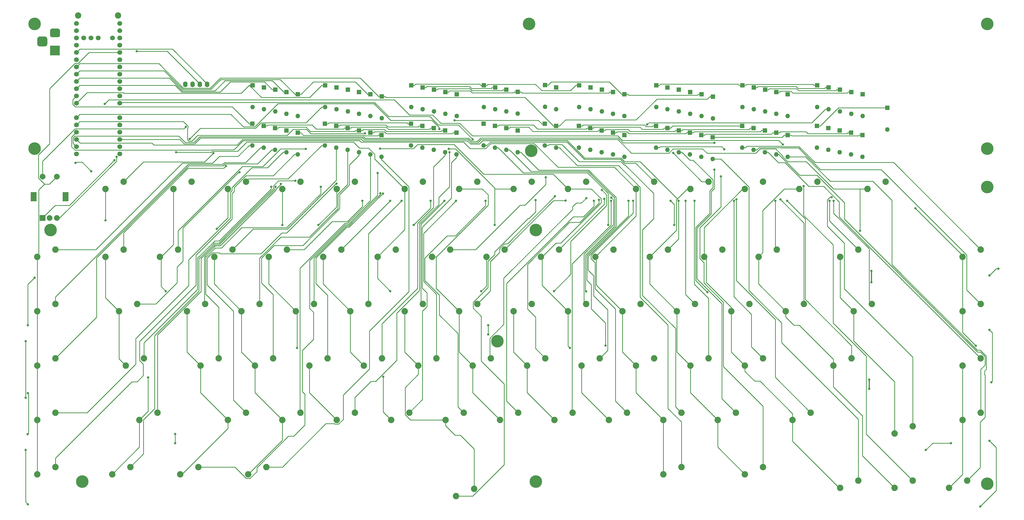
<source format=gbr>
G04 #@! TF.GenerationSoftware,KiCad,Pcbnew,(5.1.4)-1*
G04 #@! TF.CreationDate,2020-12-30T22:06:46+01:00*
G04 #@! TF.ProjectId,CZTKeyRev1,435a544b-6579-4526-9576-312e6b696361,rev?*
G04 #@! TF.SameCoordinates,Original*
G04 #@! TF.FileFunction,Copper,L1,Top*
G04 #@! TF.FilePolarity,Positive*
%FSLAX46Y46*%
G04 Gerber Fmt 4.6, Leading zero omitted, Abs format (unit mm)*
G04 Created by KiCad (PCBNEW (5.1.4)-1) date 2020-12-30 22:06:46*
%MOMM*%
%LPD*%
G04 APERTURE LIST*
%ADD10R,3.500000X3.500000*%
%ADD11C,0.100000*%
%ADD12C,3.500000*%
%ADD13C,3.000000*%
%ADD14C,2.250000*%
%ADD15O,1.600000X1.600000*%
%ADD16R,1.600000X1.600000*%
%ADD17C,4.400000*%
%ADD18C,1.700000*%
%ADD19C,2.200000*%
%ADD20O,1.600000X2.000000*%
%ADD21R,2.000000X2.000000*%
%ADD22C,2.000000*%
%ADD23R,2.000000X3.200000*%
%ADD24C,0.800000*%
%ADD25C,0.254000*%
%ADD26C,0.381000*%
G04 APERTURE END LIST*
D10*
X26193750Y-29175000D03*
D11*
G36*
X22704515Y-24229213D02*
G01*
X22789454Y-24241813D01*
X22872749Y-24262677D01*
X22953598Y-24291605D01*
X23031222Y-24328319D01*
X23104874Y-24372464D01*
X23173844Y-24423616D01*
X23237468Y-24481282D01*
X23295134Y-24544906D01*
X23346286Y-24613876D01*
X23390431Y-24687528D01*
X23427145Y-24765152D01*
X23456073Y-24846001D01*
X23476937Y-24929296D01*
X23489537Y-25014235D01*
X23493750Y-25100000D01*
X23493750Y-26850000D01*
X23489537Y-26935765D01*
X23476937Y-27020704D01*
X23456073Y-27103999D01*
X23427145Y-27184848D01*
X23390431Y-27262472D01*
X23346286Y-27336124D01*
X23295134Y-27405094D01*
X23237468Y-27468718D01*
X23173844Y-27526384D01*
X23104874Y-27577536D01*
X23031222Y-27621681D01*
X22953598Y-27658395D01*
X22872749Y-27687323D01*
X22789454Y-27708187D01*
X22704515Y-27720787D01*
X22618750Y-27725000D01*
X20868750Y-27725000D01*
X20782985Y-27720787D01*
X20698046Y-27708187D01*
X20614751Y-27687323D01*
X20533902Y-27658395D01*
X20456278Y-27621681D01*
X20382626Y-27577536D01*
X20313656Y-27526384D01*
X20250032Y-27468718D01*
X20192366Y-27405094D01*
X20141214Y-27336124D01*
X20097069Y-27262472D01*
X20060355Y-27184848D01*
X20031427Y-27103999D01*
X20010563Y-27020704D01*
X19997963Y-26935765D01*
X19993750Y-26850000D01*
X19993750Y-25100000D01*
X19997963Y-25014235D01*
X20010563Y-24929296D01*
X20031427Y-24846001D01*
X20060355Y-24765152D01*
X20097069Y-24687528D01*
X20141214Y-24613876D01*
X20192366Y-24544906D01*
X20250032Y-24481282D01*
X20313656Y-24423616D01*
X20382626Y-24372464D01*
X20456278Y-24328319D01*
X20533902Y-24291605D01*
X20614751Y-24262677D01*
X20698046Y-24241813D01*
X20782985Y-24229213D01*
X20868750Y-24225000D01*
X22618750Y-24225000D01*
X22704515Y-24229213D01*
X22704515Y-24229213D01*
G37*
D12*
X21743750Y-25975000D03*
D11*
G36*
X27267263Y-21478611D02*
G01*
X27340068Y-21489411D01*
X27411464Y-21507295D01*
X27480763Y-21532090D01*
X27547298Y-21563559D01*
X27610428Y-21601398D01*
X27669545Y-21645242D01*
X27724080Y-21694670D01*
X27773508Y-21749205D01*
X27817352Y-21808322D01*
X27855191Y-21871452D01*
X27886660Y-21937987D01*
X27911455Y-22007286D01*
X27929339Y-22078682D01*
X27940139Y-22151487D01*
X27943750Y-22225000D01*
X27943750Y-23725000D01*
X27940139Y-23798513D01*
X27929339Y-23871318D01*
X27911455Y-23942714D01*
X27886660Y-24012013D01*
X27855191Y-24078548D01*
X27817352Y-24141678D01*
X27773508Y-24200795D01*
X27724080Y-24255330D01*
X27669545Y-24304758D01*
X27610428Y-24348602D01*
X27547298Y-24386441D01*
X27480763Y-24417910D01*
X27411464Y-24442705D01*
X27340068Y-24460589D01*
X27267263Y-24471389D01*
X27193750Y-24475000D01*
X25193750Y-24475000D01*
X25120237Y-24471389D01*
X25047432Y-24460589D01*
X24976036Y-24442705D01*
X24906737Y-24417910D01*
X24840202Y-24386441D01*
X24777072Y-24348602D01*
X24717955Y-24304758D01*
X24663420Y-24255330D01*
X24613992Y-24200795D01*
X24570148Y-24141678D01*
X24532309Y-24078548D01*
X24500840Y-24012013D01*
X24476045Y-23942714D01*
X24458161Y-23871318D01*
X24447361Y-23798513D01*
X24443750Y-23725000D01*
X24443750Y-22225000D01*
X24447361Y-22151487D01*
X24458161Y-22078682D01*
X24476045Y-22007286D01*
X24500840Y-21937987D01*
X24532309Y-21871452D01*
X24570148Y-21808322D01*
X24613992Y-21749205D01*
X24663420Y-21694670D01*
X24717955Y-21645242D01*
X24777072Y-21601398D01*
X24840202Y-21563559D01*
X24906737Y-21532090D01*
X24976036Y-21507295D01*
X25047432Y-21489411D01*
X25120237Y-21478611D01*
X25193750Y-21475000D01*
X27193750Y-21475000D01*
X27267263Y-21478611D01*
X27267263Y-21478611D01*
G37*
D13*
X26193750Y-22975000D03*
D14*
X245428000Y-175101000D03*
X239078000Y-177641000D03*
D15*
X317500000Y-56832400D03*
D16*
X317500000Y-49212400D03*
D15*
X266764000Y-48926800D03*
D16*
X266764000Y-41306800D03*
D15*
X111125000Y-65563800D03*
D16*
X111125000Y-57943800D03*
D15*
X107156000Y-64770000D03*
D16*
X107156000Y-57150000D03*
D15*
X103187000Y-63976200D03*
D16*
X103187000Y-56356200D03*
D15*
X99218500Y-63182500D03*
D16*
X99218500Y-55562500D03*
D15*
X95249800Y-62388700D03*
D16*
X95249800Y-54768700D03*
D15*
X308768000Y-66357400D03*
D16*
X308768000Y-58737400D03*
D15*
X282576000Y-66357400D03*
D16*
X282576000Y-58737400D03*
D15*
X282638000Y-52101800D03*
D16*
X282638000Y-44481800D03*
D15*
X256382000Y-67151200D03*
D16*
X256382000Y-59531200D03*
D15*
X256445000Y-52895600D03*
D16*
X256445000Y-45275600D03*
D15*
X201612000Y-63182500D03*
D16*
X201612000Y-55562500D03*
D15*
X201612000Y-49688800D03*
D16*
X201612000Y-42068800D03*
D15*
X140494000Y-66357500D03*
D16*
X140494000Y-58737500D03*
D15*
X140557000Y-52863800D03*
D16*
X140557000Y-45243800D03*
D15*
X278606000Y-65563700D03*
D16*
X278606000Y-57943700D03*
D15*
X304800000Y-65563700D03*
D16*
X304800000Y-57943700D03*
D15*
X252413000Y-66357400D03*
D16*
X252413000Y-58737400D03*
D15*
X252477000Y-52101800D03*
D16*
X252477000Y-44481800D03*
D15*
X197644000Y-62388800D03*
D16*
X197644000Y-54768800D03*
D15*
X308832000Y-52101800D03*
D16*
X308832000Y-44481800D03*
D15*
X225424000Y-66357400D03*
D16*
X225424000Y-58737400D03*
D15*
X225488000Y-52101800D03*
D16*
X225488000Y-44481800D03*
D15*
X197707000Y-48895000D03*
D16*
X197707000Y-41275000D03*
D15*
X166687000Y-65563800D03*
D16*
X166687000Y-57943800D03*
D15*
X166750000Y-52070000D03*
D16*
X166750000Y-44450000D03*
D15*
X136525000Y-65563700D03*
D16*
X136525000Y-57943700D03*
D15*
X136589000Y-52101800D03*
D16*
X136589000Y-44481800D03*
D15*
X111189000Y-52101800D03*
D16*
X111189000Y-44481800D03*
D15*
X274638000Y-64769900D03*
D16*
X274638000Y-57149900D03*
D15*
X278669000Y-51308100D03*
D16*
X278669000Y-43688100D03*
D15*
X248444000Y-65563700D03*
D16*
X248444000Y-57943700D03*
D15*
X248507000Y-51308100D03*
D16*
X248507000Y-43688100D03*
D15*
X188119000Y-64770000D03*
D16*
X188119000Y-57150000D03*
D15*
X304864000Y-51308100D03*
D16*
X304864000Y-43688100D03*
D15*
X221456000Y-65563700D03*
D16*
X221456000Y-57943700D03*
D15*
X221520000Y-51308100D03*
D16*
X221520000Y-43688100D03*
D15*
X188119000Y-51276200D03*
D16*
X188119000Y-43656200D03*
D15*
X162719000Y-64769900D03*
D16*
X162719000Y-57149900D03*
D15*
X162782000Y-51308100D03*
D16*
X162782000Y-43688100D03*
D15*
X132557000Y-64769900D03*
D16*
X132557000Y-57149900D03*
D15*
X132620000Y-51308100D03*
D16*
X132620000Y-43688100D03*
D15*
X107220000Y-51295400D03*
D16*
X107220000Y-43675400D03*
D15*
X270668000Y-63976200D03*
D16*
X270668000Y-56356200D03*
D15*
X300831000Y-64769900D03*
D16*
X300831000Y-57149900D03*
D15*
X274701000Y-50514300D03*
D16*
X274701000Y-42894300D03*
D15*
X244476000Y-64769900D03*
D16*
X244476000Y-57149900D03*
D15*
X244540000Y-50514300D03*
D16*
X244540000Y-42894300D03*
D15*
X184150000Y-63976200D03*
D16*
X184150000Y-56356200D03*
D15*
X300895000Y-50514300D03*
D16*
X300895000Y-42894300D03*
D15*
X217487000Y-64769900D03*
D16*
X217487000Y-57149900D03*
D15*
X217551000Y-50514300D03*
D16*
X217551000Y-42894300D03*
D15*
X184150000Y-50482500D03*
D16*
X184150000Y-42862500D03*
D15*
X158751000Y-63976200D03*
D16*
X158751000Y-56356200D03*
D15*
X158815000Y-50514300D03*
D16*
X158815000Y-42894300D03*
D15*
X128588000Y-63976200D03*
D16*
X128588000Y-56356200D03*
D15*
X128651000Y-50514300D03*
D16*
X128651000Y-42894300D03*
D15*
X103251000Y-50514300D03*
D16*
X103251000Y-42894300D03*
D15*
X266700000Y-63182400D03*
D16*
X266700000Y-55562400D03*
D15*
X296863000Y-63976200D03*
D16*
X296863000Y-56356200D03*
D15*
X270731000Y-49720600D03*
D16*
X270731000Y-42100600D03*
D15*
X240507000Y-63976200D03*
D16*
X240507000Y-56356200D03*
D15*
X240570000Y-49720600D03*
D16*
X240570000Y-42100600D03*
D15*
X180181000Y-63182400D03*
D16*
X180181000Y-55562400D03*
D15*
X296926000Y-49720600D03*
D16*
X296926000Y-42100600D03*
D15*
X213519000Y-63976200D03*
D16*
X213519000Y-56356200D03*
D15*
X213582000Y-49720600D03*
D16*
X213582000Y-42100600D03*
D15*
X180245000Y-49720600D03*
D16*
X180245000Y-42100600D03*
D15*
X154782000Y-63182400D03*
D16*
X154782000Y-55562400D03*
D15*
X154845000Y-49720600D03*
D16*
X154845000Y-42100600D03*
D15*
X124619000Y-63182400D03*
D16*
X124619000Y-55562400D03*
D15*
X124682000Y-49720600D03*
D16*
X124682000Y-42100600D03*
D15*
X99282500Y-49720600D03*
D16*
X99282500Y-42100600D03*
D15*
X292893000Y-63182400D03*
D16*
X292893000Y-55562400D03*
D15*
X236538000Y-63182400D03*
D16*
X236538000Y-55562400D03*
D15*
X236602000Y-48926800D03*
D16*
X236602000Y-41306800D03*
D15*
X176212000Y-62388800D03*
D16*
X176212000Y-54768800D03*
D15*
X292957000Y-48926800D03*
D16*
X292957000Y-41306800D03*
D15*
X209549000Y-63182400D03*
D16*
X209549000Y-55562400D03*
D15*
X209613000Y-48926800D03*
D16*
X209613000Y-41306800D03*
D15*
X176276000Y-48926800D03*
D16*
X176276000Y-41306800D03*
D15*
X150813000Y-62388700D03*
D16*
X150813000Y-54768700D03*
D15*
X150876000Y-48926800D03*
D16*
X150876000Y-41306800D03*
D15*
X120651000Y-62388700D03*
D16*
X120651000Y-54768700D03*
D15*
X120713000Y-48926800D03*
D16*
X120713000Y-41306800D03*
D15*
X95313800Y-48926800D03*
D16*
X95313800Y-41306800D03*
D14*
X26352500Y-137001000D03*
X20002500Y-139541000D03*
X76358800Y-175101000D03*
X70008800Y-177641000D03*
X52546200Y-175101000D03*
X46196200Y-177641000D03*
X100171200Y-175101000D03*
X93821200Y-177641000D03*
X166529000Y-185261000D03*
X172879000Y-182721000D03*
X274003000Y-175101000D03*
X267653000Y-177641000D03*
X54927500Y-117951000D03*
X48577500Y-120491000D03*
X312103000Y-117951000D03*
X305753000Y-120491000D03*
X345440000Y-179864000D03*
X339090000Y-182404000D03*
X307340000Y-179864000D03*
X300990000Y-182404000D03*
X326390000Y-179864000D03*
X320040000Y-182404000D03*
X290671000Y-156051000D03*
X284321000Y-158591000D03*
X57308800Y-137001000D03*
X50958800Y-139541000D03*
X304959000Y-137001000D03*
X298609000Y-139541000D03*
X62071200Y-156051000D03*
X55721200Y-158591000D03*
X288290000Y-117951000D03*
X281940000Y-120491000D03*
X173990000Y-117951000D03*
X167640000Y-120491000D03*
X307340000Y-98901000D03*
X300990000Y-101441000D03*
X193040000Y-117951000D03*
X186690000Y-120491000D03*
X316865000Y-75088800D03*
X310515000Y-77628800D03*
X274003000Y-75088800D03*
X267653000Y-77628800D03*
X293053000Y-75088800D03*
X286703000Y-77628800D03*
X26352500Y-175101000D03*
X20002500Y-177641000D03*
X26352500Y-156051000D03*
X20002500Y-158591000D03*
X26352500Y-117951000D03*
X20002500Y-120491000D03*
X26352500Y-98901000D03*
X20002500Y-101441000D03*
X226377000Y-156051000D03*
X220027000Y-158591000D03*
X93027500Y-156051000D03*
X86677500Y-158591000D03*
X112078000Y-156051000D03*
X105728000Y-158591000D03*
X97790000Y-117951000D03*
X91440000Y-120491000D03*
X150177000Y-156051000D03*
X143827000Y-158591000D03*
X326390000Y-160814000D03*
X320040000Y-163354000D03*
X50165000Y-98901000D03*
X43815000Y-101441000D03*
X154940000Y-117951000D03*
X148590000Y-120491000D03*
X264477000Y-156051000D03*
X258127000Y-158591000D03*
X254953000Y-137001000D03*
X248603000Y-139541000D03*
X102552000Y-137001000D03*
X96202000Y-139541000D03*
X135890000Y-117951000D03*
X129540000Y-120491000D03*
X274003000Y-137001000D03*
X267653000Y-139541000D03*
X78740000Y-117951000D03*
X72390000Y-120491000D03*
X350203000Y-137001000D03*
X343853000Y-139541000D03*
X350203000Y-156051000D03*
X343853000Y-158591000D03*
X250190000Y-117951000D03*
X243840000Y-120491000D03*
X231140000Y-117951000D03*
X224790000Y-120491000D03*
X188277000Y-156051000D03*
X181927000Y-158591000D03*
X259715000Y-98901000D03*
X253365000Y-101441000D03*
X207327000Y-156051000D03*
X200977000Y-158591000D03*
X235903000Y-137001000D03*
X229553000Y-139541000D03*
X216853000Y-137001000D03*
X210503000Y-139541000D03*
X197803000Y-137001000D03*
X191453000Y-139541000D03*
X350203000Y-98901000D03*
X343853000Y-101441000D03*
X212090000Y-117951000D03*
X205740000Y-120491000D03*
X178753000Y-137001000D03*
X172403000Y-139541000D03*
X159703000Y-137001000D03*
X153353000Y-139541000D03*
X140653000Y-137001000D03*
X134303000Y-139541000D03*
X254953000Y-75088800D03*
X248603000Y-77628800D03*
X235903000Y-75088800D03*
X229553000Y-77628800D03*
X212090000Y-75088800D03*
X205740000Y-77628800D03*
X193040000Y-75088800D03*
X186690000Y-77628800D03*
X173990000Y-75088800D03*
X167640000Y-77628800D03*
X154940000Y-75088800D03*
X148590000Y-77628800D03*
X131127000Y-75088800D03*
X124777000Y-77628800D03*
X112078000Y-75088800D03*
X105728000Y-77628800D03*
X93027500Y-75088800D03*
X86677500Y-77628800D03*
X73977500Y-75088800D03*
X67627500Y-77628800D03*
X50165000Y-75088800D03*
X43815000Y-77628800D03*
X278765000Y-98901000D03*
X272415000Y-101441000D03*
X116840000Y-117951000D03*
X110490000Y-120491000D03*
X245427000Y-156051000D03*
X239077000Y-158591000D03*
X350203000Y-117951000D03*
X343853000Y-120491000D03*
X121602000Y-137001000D03*
X115252000Y-139541000D03*
X131127000Y-156051000D03*
X124777000Y-158591000D03*
X269240000Y-117951000D03*
X262890000Y-120491000D03*
X169227000Y-156051000D03*
X162877000Y-158591000D03*
X83502500Y-137001000D03*
X77152500Y-139541000D03*
X221615000Y-98901000D03*
X215265000Y-101441000D03*
X202565000Y-98901000D03*
X196215000Y-101441000D03*
X183515000Y-98901000D03*
X177165000Y-101441000D03*
X164465000Y-98901000D03*
X158115000Y-101441000D03*
X145415000Y-98901000D03*
X139065000Y-101441000D03*
X126365000Y-98901000D03*
X120015000Y-101441000D03*
X107315000Y-98901000D03*
X100965000Y-101441000D03*
X88265000Y-98901000D03*
X81915000Y-101441000D03*
X69215000Y-98901000D03*
X62865000Y-101441000D03*
X240665000Y-98901000D03*
X234315000Y-101441000D03*
D17*
X180975000Y-130968000D03*
X352425000Y-180975000D03*
X194469000Y-180181000D03*
X194469000Y-92075100D03*
X35718800Y-180181000D03*
X192881000Y-64293800D03*
X24606300Y-92075100D03*
X352425000Y-76993800D03*
X352425000Y-63500100D03*
X352425000Y-19843800D03*
X19050000Y-63500100D03*
X19050000Y-19843800D03*
X192087000Y-19843800D03*
D18*
X48890000Y-19675100D03*
X33675000Y-22215100D03*
D19*
X48280000Y-16850300D03*
X34284600Y-16850300D03*
D18*
X33675000Y-19675100D03*
X36215000Y-24755100D03*
X33675000Y-24755100D03*
X33675000Y-27295100D03*
X33675000Y-29835100D03*
X33675000Y-32375100D03*
X38755000Y-24755100D03*
X41295000Y-24755100D03*
X33675000Y-34915100D03*
X33675000Y-37455100D03*
X33675000Y-39995100D03*
X33675000Y-42535100D03*
X33675000Y-45075100D03*
X33675000Y-47615100D03*
X33675000Y-55235100D03*
X33675000Y-60315100D03*
X33675000Y-62855100D03*
X33675000Y-57775100D03*
X33675000Y-65395100D03*
X33675000Y-52695100D03*
X48890000Y-22215100D03*
X48890000Y-24755100D03*
X48890000Y-29835100D03*
X46350000Y-24755100D03*
X48890000Y-27295100D03*
X48890000Y-32375100D03*
X48890000Y-34915100D03*
X48890000Y-37455100D03*
X48890000Y-42535100D03*
X48890000Y-45075100D03*
X48890000Y-39995100D03*
X48890000Y-47615100D03*
X48890000Y-55235100D03*
X48890000Y-52695100D03*
X48890000Y-60315100D03*
X48890000Y-57775100D03*
X48890000Y-62855100D03*
X48890000Y-65395100D03*
D20*
X74326200Y-40993800D03*
X71786200Y-40993800D03*
X76866200Y-40993800D03*
X79406200Y-40993800D03*
D21*
X21825000Y-87852200D03*
D22*
X24325000Y-87852200D03*
X26825000Y-87852200D03*
D23*
X18725000Y-80352200D03*
X29925000Y-80352200D03*
D22*
X21825000Y-73352200D03*
X26825000Y-73352200D03*
D24*
X81578400Y-65164500D03*
X73356300Y-60135100D03*
X242569900Y-65058300D03*
X260470000Y-63738400D03*
X86025700Y-69611900D03*
X113922700Y-63591300D03*
X133803000Y-81818300D03*
X143475700Y-81790300D03*
X157679500Y-81818300D03*
X151755300Y-90285500D03*
X197923100Y-73586000D03*
X204860300Y-81733400D03*
X233418100Y-55084500D03*
X218473100Y-81120500D03*
X219804700Y-90291200D03*
X244421800Y-81817900D03*
X242924200Y-90308500D03*
X241622200Y-81793700D03*
X278312800Y-81819200D03*
X297253600Y-81813600D03*
X90735700Y-71853700D03*
X105209800Y-75889100D03*
X139995100Y-79175200D03*
X147467400Y-81818500D03*
X162483100Y-81793700D03*
X201164400Y-80219600D03*
X217577600Y-78024900D03*
X200800300Y-113455900D03*
X220930800Y-80724000D03*
X212087400Y-113594100D03*
X246865300Y-81818500D03*
X254475700Y-113797300D03*
X280040200Y-81341000D03*
X298743200Y-81790100D03*
X101820400Y-76897100D03*
X119201700Y-76878700D03*
X140995900Y-79224800D03*
X166567600Y-81818500D03*
X212158200Y-80857000D03*
X216562700Y-81454000D03*
X226875900Y-81820300D03*
X218891200Y-132564400D03*
X250037800Y-81787800D03*
X166014800Y-53641500D03*
X263784900Y-81793500D03*
X282415900Y-81799400D03*
X103374400Y-76889300D03*
X124752200Y-75763900D03*
X164242200Y-64782200D03*
X176906700Y-81818300D03*
X214816900Y-81818300D03*
X220841000Y-81813800D03*
X228515500Y-81818300D03*
X256919900Y-70909100D03*
X264677500Y-81267000D03*
X298013900Y-80568000D03*
X110310400Y-74796000D03*
X139077500Y-72063500D03*
X58746200Y-143663300D03*
X43815000Y-88628400D03*
X64919300Y-113442500D03*
X82803000Y-91597800D03*
X110878800Y-133329000D03*
X105728000Y-90292200D03*
X141024400Y-143480900D03*
X118400800Y-90283900D03*
X68606800Y-64791900D03*
X143510400Y-113455900D03*
X172361100Y-60269700D03*
X175377900Y-113460700D03*
X163978700Y-63600500D03*
X160658000Y-56620300D03*
X180077900Y-90276400D03*
X139951100Y-63518900D03*
X134709600Y-58180300D03*
X206376900Y-133329000D03*
X307896900Y-92327300D03*
X256976000Y-61507000D03*
X280908900Y-62075800D03*
X43615800Y-47834400D03*
X348495900Y-132576700D03*
X327329400Y-84457500D03*
X47773100Y-66365900D03*
X47005700Y-67598800D03*
X194404500Y-81541200D03*
X259253900Y-73233200D03*
X288191700Y-76642800D03*
X54768800Y-29385100D03*
X71992700Y-55924400D03*
X311147000Y-144465000D03*
X311150000Y-147638000D03*
X311941000Y-106365000D03*
X311944000Y-110331000D03*
X16668800Y-188119000D03*
X15875000Y-169069000D03*
X68262500Y-163512000D03*
X68262500Y-166688000D03*
X15875000Y-150812000D03*
X15875000Y-130969000D03*
X177800000Y-125412000D03*
X177800000Y-128588000D03*
X33337500Y-68515700D03*
X38893800Y-71437500D03*
X353219000Y-107950000D03*
X356394000Y-105569000D03*
X19050000Y-108744000D03*
X16668800Y-125412000D03*
X353219000Y-127000000D03*
X353871000Y-145398000D03*
X16668800Y-149225000D03*
X16551600Y-163630000D03*
X339725000Y-166688000D03*
X330994000Y-169069000D03*
X353219000Y-165894000D03*
X350044000Y-188912000D03*
D25*
X210676300Y-55562400D02*
X211009800Y-55228900D01*
X211009800Y-55228900D02*
X232534000Y-55228900D01*
X232534000Y-55228900D02*
X233116900Y-55811800D01*
X233116900Y-55811800D02*
X235161300Y-55811800D01*
X235161300Y-55811800D02*
X235410700Y-55562400D01*
X150813000Y-54768700D02*
X149685700Y-54768700D01*
X120651000Y-54768700D02*
X121778300Y-54768700D01*
X121778300Y-54768700D02*
X122114800Y-54432200D01*
X122114800Y-54432200D02*
X149349200Y-54432200D01*
X149349200Y-54432200D02*
X149685700Y-54768700D01*
X176276000Y-41306800D02*
X175148700Y-41306800D01*
X150876000Y-41306800D02*
X152003300Y-41306800D01*
X152003300Y-41306800D02*
X152357600Y-40952500D01*
X152357600Y-40952500D02*
X174794400Y-40952500D01*
X174794400Y-40952500D02*
X175148700Y-41306800D01*
X266764000Y-41306800D02*
X265636700Y-41306800D01*
X236602000Y-41306800D02*
X237729300Y-41306800D01*
X237729300Y-41306800D02*
X238094200Y-40941900D01*
X238094200Y-40941900D02*
X265271800Y-40941900D01*
X265271800Y-40941900D02*
X265636700Y-41306800D01*
X94186500Y-41306800D02*
X98488900Y-45609200D01*
X98488900Y-45609200D02*
X115283300Y-45609200D01*
X115283300Y-45609200D02*
X119585700Y-41306800D01*
X94186500Y-41306800D02*
X91326500Y-44166800D01*
X91326500Y-44166800D02*
X50363800Y-44166800D01*
X50363800Y-44166800D02*
X50094800Y-43897800D01*
X50094800Y-43897800D02*
X37392300Y-43897800D01*
X37392300Y-43897800D02*
X33675000Y-47615100D01*
X95313800Y-41306800D02*
X94186500Y-41306800D01*
X120713000Y-41306800D02*
X119585700Y-41306800D01*
X236538000Y-55562400D02*
X235410700Y-55562400D01*
X209549000Y-55562400D02*
X210676300Y-55562400D01*
X177403300Y-41306800D02*
X177736900Y-40973200D01*
X177736900Y-40973200D02*
X194329900Y-40973200D01*
X194329900Y-40973200D02*
X196552900Y-43196200D01*
X196552900Y-43196200D02*
X206596300Y-43196200D01*
X206596300Y-43196200D02*
X208485700Y-41306800D01*
X209613000Y-41306800D02*
X208485700Y-41306800D01*
X176276000Y-41306800D02*
X177403300Y-41306800D01*
X292893000Y-55562400D02*
X294020300Y-55562400D01*
X317500000Y-49212400D02*
X300370300Y-49212400D01*
X300370300Y-49212400D02*
X294020300Y-55562400D01*
X267327700Y-41306800D02*
X266764000Y-41306800D01*
X267327700Y-41306800D02*
X267891300Y-41306800D01*
X291829700Y-41306800D02*
X291493300Y-40970400D01*
X291493300Y-40970400D02*
X268227700Y-40970400D01*
X268227700Y-40970400D02*
X267891300Y-41306800D01*
X292957000Y-41306800D02*
X291829700Y-41306800D01*
X50165000Y-75088800D02*
X57106500Y-68147300D01*
X57106500Y-68147300D02*
X78595600Y-68147300D01*
X78595600Y-68147300D02*
X81578400Y-65164500D01*
X119585700Y-48926800D02*
X114077400Y-54435100D01*
X114077400Y-54435100D02*
X98277000Y-54435100D01*
X98277000Y-54435100D02*
X96831500Y-55880600D01*
X96831500Y-55880600D02*
X96831500Y-55938100D01*
X96831500Y-55938100D02*
X96338300Y-56431300D01*
X96338300Y-56431300D02*
X77060100Y-56431300D01*
X77060100Y-56431300D02*
X73356300Y-60135100D01*
X120713000Y-48926800D02*
X119585700Y-48926800D01*
X119523700Y-62388700D02*
X107803200Y-74109200D01*
X107803200Y-74109200D02*
X94007100Y-74109200D01*
X94007100Y-74109200D02*
X93027500Y-75088800D01*
X120651000Y-62388700D02*
X119523700Y-62388700D01*
X177339300Y-62388800D02*
X178467300Y-61260800D01*
X178467300Y-61260800D02*
X205363200Y-61260800D01*
X205363200Y-61260800D02*
X211385500Y-67283100D01*
X211385500Y-67283100D02*
X224112900Y-67283100D01*
X224112900Y-67283100D02*
X225530200Y-68700400D01*
X225530200Y-68700400D02*
X229514600Y-68700400D01*
X229514600Y-68700400D02*
X235903000Y-75088800D01*
X176212000Y-62388800D02*
X177339300Y-62388800D01*
X254953000Y-75088800D02*
X252600400Y-75088800D01*
X252600400Y-75088800D02*
X242569900Y-65058300D01*
X236538000Y-63182400D02*
X237665300Y-63182400D01*
X260470000Y-63738400D02*
X259562200Y-62830600D01*
X259562200Y-62830600D02*
X238017100Y-62830600D01*
X238017100Y-62830600D02*
X237665300Y-63182400D01*
X180245000Y-42100600D02*
X179117700Y-42100600D01*
X154845000Y-42100600D02*
X155972300Y-42100600D01*
X155972300Y-42100600D02*
X156306000Y-41766900D01*
X156306000Y-41766900D02*
X171266900Y-41766900D01*
X171266900Y-41766900D02*
X171934200Y-42434200D01*
X171934200Y-42434200D02*
X178784100Y-42434200D01*
X178784100Y-42434200D02*
X179117700Y-42100600D01*
X296926000Y-42100600D02*
X295798700Y-42100600D01*
X270731000Y-42100600D02*
X271858300Y-42100600D01*
X271858300Y-42100600D02*
X272192000Y-41766900D01*
X272192000Y-41766900D02*
X285562700Y-41766900D01*
X285562700Y-41766900D02*
X286230000Y-42434200D01*
X286230000Y-42434200D02*
X295465100Y-42434200D01*
X295465100Y-42434200D02*
X295798700Y-42100600D01*
X154782000Y-55562400D02*
X153654700Y-55562400D01*
X124619000Y-55562400D02*
X125746300Y-55562400D01*
X125746300Y-55562400D02*
X126079900Y-55228800D01*
X126079900Y-55228800D02*
X141993200Y-55228800D01*
X141993200Y-55228800D02*
X142660500Y-55896100D01*
X142660500Y-55896100D02*
X153321000Y-55896100D01*
X153321000Y-55896100D02*
X153654700Y-55562400D01*
X95249800Y-54768700D02*
X94122500Y-54768700D01*
X33675000Y-45075100D02*
X32451400Y-46298700D01*
X32451400Y-46298700D02*
X32451400Y-48057500D01*
X32451400Y-48057500D02*
X33284100Y-48890200D01*
X33284100Y-48890200D02*
X88244000Y-48890200D01*
X88244000Y-48890200D02*
X94122500Y-54768700D01*
X214646300Y-56356200D02*
X214980000Y-56022500D01*
X214980000Y-56022500D02*
X230972600Y-56022500D01*
X230972600Y-56022500D02*
X231664500Y-56714400D01*
X231664500Y-56714400D02*
X239021500Y-56714400D01*
X239021500Y-56714400D02*
X239379700Y-56356200D01*
X212391700Y-56356200D02*
X212058000Y-56689900D01*
X212058000Y-56689900D02*
X195078500Y-56689900D01*
X195078500Y-56689900D02*
X193617400Y-55228800D01*
X193617400Y-55228800D02*
X181641900Y-55228800D01*
X181641900Y-55228800D02*
X181308300Y-55562400D01*
X213519000Y-56356200D02*
X212391700Y-56356200D01*
X180181000Y-55562400D02*
X181308300Y-55562400D01*
X214082700Y-56356200D02*
X213519000Y-56356200D01*
X214082700Y-56356200D02*
X214646300Y-56356200D01*
X240507000Y-56356200D02*
X241634300Y-56356200D01*
X241634300Y-56356200D02*
X242428100Y-55562400D01*
X242428100Y-55562400D02*
X266700000Y-55562400D01*
X239943400Y-56356200D02*
X240507000Y-56356200D01*
X239943400Y-56356200D02*
X239379700Y-56356200D01*
X95249800Y-62388700D02*
X94122500Y-62388700D01*
X26352500Y-98901000D02*
X40476200Y-98901000D01*
X40476200Y-98901000D02*
X70775600Y-68601600D01*
X70775600Y-68601600D02*
X81399600Y-68601600D01*
X81399600Y-68601600D02*
X83774000Y-66227200D01*
X83774000Y-66227200D02*
X90284000Y-66227200D01*
X90284000Y-66227200D02*
X94122500Y-62388700D01*
X50165000Y-98901000D02*
X50165000Y-92985200D01*
X50165000Y-92985200D02*
X72731300Y-70418900D01*
X72731300Y-70418900D02*
X85218700Y-70418900D01*
X85218700Y-70418900D02*
X86025700Y-69611900D01*
X113922700Y-63591300D02*
X105166400Y-63591300D01*
X105166400Y-63591300D02*
X98973900Y-69783800D01*
X98973900Y-69783800D02*
X91744400Y-69783800D01*
X91744400Y-69783800D02*
X69215000Y-92313200D01*
X69215000Y-92313200D02*
X69215000Y-98901000D01*
X88265000Y-98901000D02*
X95470500Y-91695500D01*
X95470500Y-91695500D02*
X107495000Y-91695500D01*
X107495000Y-91695500D02*
X124619000Y-74571500D01*
X124619000Y-74571500D02*
X124619000Y-64309700D01*
X124619000Y-63182400D02*
X124619000Y-64309700D01*
X107315000Y-98901000D02*
X113390100Y-98901000D01*
X113390100Y-98901000D02*
X123195400Y-89095700D01*
X123195400Y-89095700D02*
X128520600Y-89095700D01*
X128520600Y-89095700D02*
X133803000Y-83813300D01*
X133803000Y-83813300D02*
X133803000Y-81818300D01*
X126365000Y-98901000D02*
X143475700Y-81790300D01*
X157679500Y-81818300D02*
X157679500Y-84361300D01*
X157679500Y-84361300D02*
X151755300Y-90285500D01*
X164465000Y-98901000D02*
X173426700Y-98901000D01*
X173426700Y-98901000D02*
X189004800Y-83322900D01*
X189004800Y-83322900D02*
X190651700Y-83322900D01*
X190651700Y-83322900D02*
X197923100Y-76051500D01*
X197923100Y-76051500D02*
X197923100Y-73586000D01*
X183515000Y-98901000D02*
X200682600Y-81733400D01*
X200682600Y-81733400D02*
X204860300Y-81733400D01*
X296926000Y-49720600D02*
X295798700Y-49720600D01*
X233418100Y-55084500D02*
X234067600Y-54435000D01*
X234067600Y-54435000D02*
X291084300Y-54435000D01*
X291084300Y-54435000D02*
X295798700Y-49720600D01*
X202565000Y-98901000D02*
X218473100Y-82992900D01*
X218473100Y-82992900D02*
X218473100Y-81120500D01*
X219804700Y-90291200D02*
X219804700Y-79212100D01*
X219804700Y-79212100D02*
X212542600Y-71950000D01*
X212542600Y-71950000D02*
X190075900Y-71950000D01*
X190075900Y-71950000D02*
X181308300Y-63182400D01*
X180181000Y-63182400D02*
X181308300Y-63182400D01*
X240665000Y-98901000D02*
X244421800Y-95144200D01*
X244421800Y-95144200D02*
X244421800Y-81817900D01*
X241622200Y-81793700D02*
X242924200Y-83095700D01*
X242924200Y-83095700D02*
X242924200Y-90308500D01*
X278765000Y-98901000D02*
X278312800Y-98448800D01*
X278312800Y-98448800D02*
X278312800Y-81819200D01*
X307340000Y-98901000D02*
X297253600Y-88814600D01*
X297253600Y-88814600D02*
X297253600Y-81813600D01*
X159942300Y-42894300D02*
X160275900Y-42560700D01*
X160275900Y-42560700D02*
X171417900Y-42560700D01*
X171417900Y-42560700D02*
X172085200Y-43228000D01*
X172085200Y-43228000D02*
X182657200Y-43228000D01*
X182657200Y-43228000D02*
X183022700Y-42862500D01*
X275828300Y-42894300D02*
X276161900Y-42560700D01*
X276161900Y-42560700D02*
X285713700Y-42560700D01*
X285713700Y-42560700D02*
X286381000Y-43228000D01*
X286381000Y-43228000D02*
X299434000Y-43228000D01*
X299434000Y-43228000D02*
X299767700Y-42894300D01*
X128588000Y-56356200D02*
X127460700Y-56356200D01*
X99218500Y-55562500D02*
X100345800Y-55562500D01*
X100345800Y-55562500D02*
X100679500Y-55228800D01*
X100679500Y-55228800D02*
X116129400Y-55228800D01*
X116129400Y-55228800D02*
X117590400Y-56689800D01*
X117590400Y-56689800D02*
X127127100Y-56689800D01*
X127127100Y-56689800D02*
X127460700Y-56356200D01*
X129715300Y-56356200D02*
X130051900Y-56019600D01*
X130051900Y-56019600D02*
X142141200Y-56019600D01*
X142141200Y-56019600D02*
X142828400Y-56706800D01*
X142828400Y-56706800D02*
X157273100Y-56706800D01*
X157273100Y-56706800D02*
X157623700Y-56356200D01*
X270668000Y-56356200D02*
X269540700Y-56356200D01*
X244476000Y-57149900D02*
X245603300Y-57149900D01*
X245603300Y-57149900D02*
X245936900Y-56816300D01*
X245936900Y-56816300D02*
X269080600Y-56816300D01*
X269080600Y-56816300D02*
X269540700Y-56356200D01*
X243912400Y-57149900D02*
X244476000Y-57149900D01*
X217487000Y-57149900D02*
X216359700Y-57149900D01*
X184150000Y-56356200D02*
X185277300Y-56356200D01*
X185277300Y-56356200D02*
X185610900Y-56022600D01*
X185610900Y-56022600D02*
X191993600Y-56022600D01*
X191993600Y-56022600D02*
X193454600Y-57483600D01*
X193454600Y-57483600D02*
X216026000Y-57483600D01*
X216026000Y-57483600D02*
X216359700Y-57149900D01*
X218614300Y-57149900D02*
X218964700Y-56799500D01*
X218964700Y-56799500D02*
X226824600Y-56799500D01*
X226824600Y-56799500D02*
X227508700Y-57483600D01*
X227508700Y-57483600D02*
X243015000Y-57483600D01*
X243015000Y-57483600D02*
X243348700Y-57149900D01*
X184150000Y-42862500D02*
X183022700Y-42862500D01*
X158815000Y-42894300D02*
X159942300Y-42894300D01*
X33675000Y-42535100D02*
X34861500Y-41348600D01*
X34861500Y-41348600D02*
X68232200Y-41348600D01*
X68232200Y-41348600D02*
X70596100Y-43712500D01*
X70596100Y-43712500D02*
X84029400Y-43712500D01*
X84029400Y-43712500D02*
X87562500Y-40179400D01*
X87562500Y-40179400D02*
X99549700Y-40179400D01*
X99549700Y-40179400D02*
X102123700Y-42753400D01*
X102123700Y-42753400D02*
X102123700Y-42894300D01*
X300895000Y-42894300D02*
X299767700Y-42894300D01*
X274701000Y-42894300D02*
X275828300Y-42894300D01*
X243912400Y-57149900D02*
X243348700Y-57149900D01*
X218050700Y-57149900D02*
X217487000Y-57149900D01*
X218050700Y-57149900D02*
X218614300Y-57149900D01*
X158751000Y-56356200D02*
X157623700Y-56356200D01*
X128588000Y-56356200D02*
X129715300Y-56356200D01*
X103251000Y-42894300D02*
X102123700Y-42894300D01*
X267827300Y-63182400D02*
X268298700Y-62711000D01*
X268298700Y-62711000D02*
X280515600Y-62711000D01*
X280515600Y-62711000D02*
X280607700Y-62803100D01*
X280607700Y-62803100D02*
X286603100Y-62803100D01*
X286603100Y-62803100D02*
X292182000Y-68382000D01*
X292182000Y-68382000D02*
X319684000Y-68382000D01*
X319684000Y-68382000D02*
X350203000Y-98901000D01*
X266700000Y-63182400D02*
X267827300Y-63182400D01*
X98091200Y-63182500D02*
X92843400Y-68430300D01*
X92843400Y-68430300D02*
X85536300Y-68430300D01*
X85536300Y-68430300D02*
X84910600Y-69056000D01*
X84910600Y-69056000D02*
X72809000Y-69056000D01*
X72809000Y-69056000D02*
X26352500Y-115512500D01*
X26352500Y-115512500D02*
X26352500Y-117951000D01*
X99218500Y-63182500D02*
X98091200Y-63182500D01*
X54927500Y-117951000D02*
X61486600Y-117951000D01*
X61486600Y-117951000D02*
X68894600Y-110543000D01*
X68894600Y-110543000D02*
X68894600Y-105044400D01*
X68894600Y-105044400D02*
X70968100Y-102970900D01*
X70968100Y-102970900D02*
X70968100Y-91270900D01*
X70968100Y-91270900D02*
X90385300Y-71853700D01*
X90385300Y-71853700D02*
X90735700Y-71853700D01*
X78740000Y-117951000D02*
X78469100Y-117680100D01*
X78469100Y-117680100D02*
X78469100Y-101444000D01*
X78469100Y-101444000D02*
X82322900Y-97590200D01*
X82322900Y-97590200D02*
X83958500Y-97590200D01*
X83958500Y-97590200D02*
X103578200Y-77970500D01*
X103578200Y-77970500D02*
X103578200Y-77714100D01*
X103578200Y-77714100D02*
X105209800Y-76082500D01*
X105209800Y-76082500D02*
X105209800Y-75889100D01*
X128588000Y-63976200D02*
X128588000Y-76054000D01*
X128588000Y-76054000D02*
X125231400Y-79410600D01*
X125231400Y-79410600D02*
X125231400Y-84483100D01*
X125231400Y-84483100D02*
X115227100Y-94487400D01*
X115227100Y-94487400D02*
X105215200Y-94487400D01*
X105215200Y-94487400D02*
X97790000Y-101912600D01*
X97790000Y-101912600D02*
X97790000Y-117951000D01*
X116840000Y-117951000D02*
X116840000Y-101845100D01*
X116840000Y-101845100D02*
X128066000Y-90619100D01*
X128066000Y-90619100D02*
X128959100Y-90619100D01*
X128959100Y-90619100D02*
X139995100Y-79583100D01*
X139995100Y-79583100D02*
X139995100Y-79175200D01*
X135890000Y-117951000D02*
X135890000Y-93395900D01*
X135890000Y-93395900D02*
X147467400Y-81818500D01*
X154940000Y-117951000D02*
X154241900Y-117252900D01*
X154241900Y-117252900D02*
X154241900Y-90034900D01*
X154241900Y-90034900D02*
X162483100Y-81793700D01*
X173990000Y-117951000D02*
X178541800Y-113399200D01*
X178541800Y-113399200D02*
X178541800Y-103131300D01*
X178541800Y-103131300D02*
X181737500Y-99935600D01*
X181737500Y-99935600D02*
X181737500Y-98622800D01*
X181737500Y-98622800D02*
X183507400Y-96852900D01*
X183507400Y-96852900D02*
X184531100Y-96852900D01*
X184531100Y-96852900D02*
X201164400Y-80219600D01*
X200800300Y-113455900D02*
X206683500Y-107572700D01*
X206683500Y-107572700D02*
X206683500Y-96067500D01*
X206683500Y-96067500D02*
X219227900Y-83523100D01*
X219227900Y-83523100D02*
X219227900Y-79675200D01*
X219227900Y-79675200D02*
X217577600Y-78024900D01*
X220930800Y-80724000D02*
X221619100Y-81412300D01*
X221619100Y-81412300D02*
X221619100Y-90147900D01*
X221619100Y-90147900D02*
X211338200Y-100428800D01*
X211338200Y-100428800D02*
X211338200Y-117199200D01*
X211338200Y-117199200D02*
X212090000Y-117951000D01*
X185277300Y-63976200D02*
X192796700Y-71495600D01*
X192796700Y-71495600D02*
X212750300Y-71495600D01*
X212750300Y-71495600D02*
X222075900Y-80821200D01*
X222075900Y-80821200D02*
X222075900Y-90645300D01*
X222075900Y-90645300D02*
X211829000Y-100892200D01*
X211829000Y-100892200D02*
X211829000Y-113335700D01*
X211829000Y-113335700D02*
X212087400Y-113594100D01*
X184150000Y-63976200D02*
X185277300Y-63976200D01*
X250190000Y-117951000D02*
X246865300Y-114626300D01*
X246865300Y-114626300D02*
X246865300Y-81818500D01*
X245603300Y-64769900D02*
X248390600Y-67557200D01*
X248390600Y-67557200D02*
X249530800Y-67557200D01*
X249530800Y-67557200D02*
X256453600Y-74480000D01*
X256453600Y-74480000D02*
X256453600Y-77270000D01*
X256453600Y-77270000D02*
X255382000Y-78341600D01*
X255382000Y-78341600D02*
X255382000Y-86185700D01*
X255382000Y-86185700D02*
X250417500Y-91150200D01*
X250417500Y-91150200D02*
X250417500Y-109739100D01*
X250417500Y-109739100D02*
X254475700Y-113797300D01*
X244476000Y-64769900D02*
X245603300Y-64769900D01*
X288290000Y-117951000D02*
X288290000Y-89590800D01*
X288290000Y-89590800D02*
X280040200Y-81341000D01*
X163909300Y-43688100D02*
X164274800Y-43322600D01*
X164274800Y-43322600D02*
X171537200Y-43322600D01*
X171537200Y-43322600D02*
X172204500Y-43989900D01*
X172204500Y-43989900D02*
X186658000Y-43989900D01*
X186658000Y-43989900D02*
X186991700Y-43656200D01*
X132557000Y-57149900D02*
X131429700Y-57149900D01*
X103187000Y-56356200D02*
X104314300Y-56356200D01*
X104314300Y-56356200D02*
X104647900Y-56022600D01*
X104647900Y-56022600D02*
X114132900Y-56022600D01*
X114132900Y-56022600D02*
X115593900Y-57483600D01*
X115593900Y-57483600D02*
X131096000Y-57483600D01*
X131096000Y-57483600D02*
X131429700Y-57149900D01*
X132557000Y-57149900D02*
X133684300Y-57149900D01*
X162719000Y-57149900D02*
X161591700Y-57149900D01*
X161591700Y-57149900D02*
X161258000Y-57483600D01*
X161258000Y-57483600D02*
X142187000Y-57483600D01*
X142187000Y-57483600D02*
X141515400Y-56812000D01*
X141515400Y-56812000D02*
X134022200Y-56812000D01*
X134022200Y-56812000D02*
X133684300Y-57149900D01*
X33675000Y-39995100D02*
X34867600Y-38802500D01*
X34867600Y-38802500D02*
X66328600Y-38802500D01*
X66328600Y-38802500D02*
X70770000Y-43243900D01*
X70770000Y-43243900D02*
X82189500Y-43243900D01*
X82189500Y-43243900D02*
X85708400Y-39725000D01*
X85708400Y-39725000D02*
X102283200Y-39725000D01*
X102283200Y-39725000D02*
X106092700Y-43534500D01*
X106092700Y-43534500D02*
X106092700Y-43675400D01*
X248444000Y-57943700D02*
X247316700Y-57943700D01*
X221456000Y-57943700D02*
X222583300Y-57943700D01*
X222583300Y-57943700D02*
X222917000Y-57610000D01*
X222917000Y-57610000D02*
X226413400Y-57610000D01*
X226413400Y-57610000D02*
X227080700Y-58277300D01*
X227080700Y-58277300D02*
X246983100Y-58277300D01*
X246983100Y-58277300D02*
X247316700Y-57943700D01*
X188119000Y-43656200D02*
X186991700Y-43656200D01*
X162782000Y-43688100D02*
X163909300Y-43688100D01*
X304864000Y-43688100D02*
X303736700Y-43688100D01*
X278669000Y-43688100D02*
X279796300Y-43688100D01*
X279796300Y-43688100D02*
X280130000Y-43354400D01*
X280130000Y-43354400D02*
X283765400Y-43354400D01*
X283765400Y-43354400D02*
X284432700Y-44021700D01*
X284432700Y-44021700D02*
X303403100Y-44021700D01*
X303403100Y-44021700D02*
X303736700Y-43688100D01*
X274638000Y-57149900D02*
X273510700Y-57149900D01*
X248444000Y-57943700D02*
X249571300Y-57943700D01*
X249571300Y-57943700D02*
X249905000Y-57610000D01*
X249905000Y-57610000D02*
X273050600Y-57610000D01*
X273050600Y-57610000D02*
X273510700Y-57149900D01*
X188119000Y-43656200D02*
X189246300Y-43656200D01*
X221520000Y-43688100D02*
X220392700Y-43688100D01*
X220392700Y-43688100D02*
X220059100Y-44021700D01*
X220059100Y-44021700D02*
X189611800Y-44021700D01*
X189611800Y-44021700D02*
X189246300Y-43656200D01*
X107220000Y-43675400D02*
X106092700Y-43675400D01*
X298743200Y-81790100D02*
X298743200Y-86183800D01*
X298743200Y-86183800D02*
X311128400Y-98569000D01*
X311128400Y-98569000D02*
X311128400Y-116976400D01*
X311128400Y-116976400D02*
X312103000Y-117951000D01*
X271795300Y-63976200D02*
X272606200Y-63165300D01*
X272606200Y-63165300D02*
X280327400Y-63165300D01*
X280327400Y-63165300D02*
X280419500Y-63257400D01*
X280419500Y-63257400D02*
X286414900Y-63257400D01*
X286414900Y-63257400D02*
X294030500Y-70873000D01*
X294030500Y-70873000D02*
X315369700Y-70873000D01*
X315369700Y-70873000D02*
X345305500Y-100808800D01*
X345305500Y-100808800D02*
X345305500Y-113053500D01*
X345305500Y-113053500D02*
X350203000Y-117951000D01*
X270668000Y-63976200D02*
X271795300Y-63976200D01*
X102059700Y-63976200D02*
X97151300Y-68884600D01*
X97151300Y-68884600D02*
X85724500Y-68884600D01*
X85724500Y-68884600D02*
X85098800Y-69510300D01*
X85098800Y-69510300D02*
X72997200Y-69510300D01*
X72997200Y-69510300D02*
X40721400Y-101786100D01*
X40721400Y-101786100D02*
X40721400Y-122632100D01*
X40721400Y-122632100D02*
X26352500Y-137001000D01*
X103187000Y-63976200D02*
X102059700Y-63976200D01*
X57308800Y-137001000D02*
X57308800Y-131590900D01*
X57308800Y-131590900D02*
X76041500Y-112858200D01*
X76041500Y-112858200D02*
X76041500Y-101906200D01*
X76041500Y-101906200D02*
X82118000Y-95829700D01*
X82118000Y-95829700D02*
X83682200Y-95829700D01*
X83682200Y-95829700D02*
X101820400Y-77691500D01*
X101820400Y-77691500D02*
X101820400Y-76897100D01*
X83502500Y-137001000D02*
X83502500Y-119078400D01*
X83502500Y-119078400D02*
X78942300Y-114518200D01*
X78942300Y-114518200D02*
X78942300Y-101624000D01*
X78942300Y-101624000D02*
X82275800Y-98290500D01*
X82275800Y-98290500D02*
X84461300Y-98290500D01*
X84461300Y-98290500D02*
X91510600Y-91241200D01*
X91510600Y-91241200D02*
X107306800Y-91241200D01*
X107306800Y-91241200D02*
X119201700Y-79346300D01*
X119201700Y-79346300D02*
X119201700Y-76878700D01*
X132557000Y-65897200D02*
X129197800Y-69256400D01*
X129197800Y-69256400D02*
X129197800Y-76259200D01*
X129197800Y-76259200D02*
X125815100Y-79641900D01*
X125815100Y-79641900D02*
X125815100Y-84548800D01*
X125815100Y-84548800D02*
X112915400Y-97448500D01*
X112915400Y-97448500D02*
X102896800Y-97448500D01*
X102896800Y-97448500D02*
X98482200Y-101863100D01*
X98482200Y-101863100D02*
X98482200Y-110597800D01*
X98482200Y-110597800D02*
X102552000Y-114667600D01*
X102552000Y-114667600D02*
X102552000Y-137001000D01*
X132557000Y-64769900D02*
X132557000Y-65897200D01*
X121602000Y-137001000D02*
X121602000Y-114911700D01*
X121602000Y-114911700D02*
X117526400Y-110836100D01*
X117526400Y-110836100D02*
X117526400Y-101801400D01*
X117526400Y-101801400D02*
X128254400Y-91073400D01*
X128254400Y-91073400D02*
X129147300Y-91073400D01*
X129147300Y-91073400D02*
X140995900Y-79224800D01*
X162719000Y-64769900D02*
X162719000Y-65897200D01*
X140653000Y-137001000D02*
X140653000Y-124925700D01*
X140653000Y-124925700D02*
X153106200Y-112472500D01*
X153106200Y-112472500D02*
X153106200Y-89731200D01*
X153106200Y-89731200D02*
X158682400Y-84155000D01*
X158682400Y-84155000D02*
X158682400Y-69933800D01*
X158682400Y-69933800D02*
X162719000Y-65897200D01*
X166567600Y-81818500D02*
X155154200Y-93231900D01*
X155154200Y-93231900D02*
X155154200Y-109996100D01*
X155154200Y-109996100D02*
X159703000Y-114544900D01*
X159703000Y-114544900D02*
X159703000Y-137001000D01*
X178753000Y-137001000D02*
X178393800Y-136641800D01*
X178393800Y-136641800D02*
X178393800Y-129974900D01*
X178393800Y-129974900D02*
X183257900Y-125110800D01*
X183257900Y-125110800D02*
X183257900Y-108926300D01*
X183257900Y-108926300D02*
X207363300Y-84820900D01*
X207363300Y-84820900D02*
X207363300Y-83878000D01*
X207363300Y-83878000D02*
X208640300Y-82601000D01*
X208640300Y-82601000D02*
X210414200Y-82601000D01*
X210414200Y-82601000D02*
X212158200Y-80857000D01*
X197803000Y-137001000D02*
X194377600Y-133575600D01*
X194377600Y-133575600D02*
X194377600Y-122543600D01*
X194377600Y-122543600D02*
X191566500Y-119732500D01*
X191566500Y-119732500D02*
X191566500Y-104032500D01*
X191566500Y-104032500D02*
X206265100Y-89333900D01*
X206265100Y-89333900D02*
X209848900Y-89333900D01*
X209848900Y-89333900D02*
X216562700Y-82620100D01*
X216562700Y-82620100D02*
X216562700Y-81454000D01*
X216853000Y-137001000D02*
X219619900Y-134234100D01*
X219619900Y-134234100D02*
X219619900Y-119954900D01*
X219619900Y-119954900D02*
X214742900Y-115077900D01*
X214742900Y-115077900D02*
X214742900Y-108063900D01*
X214742900Y-108063900D02*
X212755300Y-106076300D01*
X212755300Y-106076300D02*
X212755300Y-101251300D01*
X212755300Y-101251300D02*
X226875900Y-87130700D01*
X226875900Y-87130700D02*
X226875900Y-81820300D01*
X188119000Y-64770000D02*
X189246300Y-64770000D01*
X189246300Y-64770000D02*
X195517500Y-71041200D01*
X195517500Y-71041200D02*
X212938700Y-71041200D01*
X212938700Y-71041200D02*
X222550200Y-80652700D01*
X222550200Y-80652700D02*
X222550200Y-90813500D01*
X222550200Y-90813500D02*
X212300900Y-101062800D01*
X212300900Y-101062800D02*
X212300900Y-109632500D01*
X212300900Y-109632500D02*
X213882800Y-111214400D01*
X213882800Y-111214400D02*
X213882800Y-119637500D01*
X213882800Y-119637500D02*
X218891200Y-124645900D01*
X218891200Y-124645900D02*
X218891200Y-132564400D01*
X250037800Y-81787800D02*
X249963100Y-81862500D01*
X249963100Y-81862500D02*
X249963100Y-111030100D01*
X249963100Y-111030100D02*
X254953000Y-116020000D01*
X254953000Y-116020000D02*
X254953000Y-137001000D01*
X225488000Y-44481800D02*
X224360700Y-44481800D01*
X197707000Y-41275000D02*
X198834300Y-41275000D01*
X198834300Y-41275000D02*
X199929900Y-40179400D01*
X199929900Y-40179400D02*
X220199200Y-40179400D01*
X220199200Y-40179400D02*
X224360700Y-44340900D01*
X224360700Y-44340900D02*
X224360700Y-44481800D01*
X252477000Y-44481800D02*
X251349700Y-44481800D01*
X225488000Y-44481800D02*
X226615300Y-44481800D01*
X226615300Y-44481800D02*
X226949000Y-44815500D01*
X226949000Y-44815500D02*
X251016000Y-44815500D01*
X251016000Y-44815500D02*
X251349700Y-44481800D01*
X111189000Y-44481800D02*
X110061700Y-44481800D01*
X33675000Y-37455100D02*
X34865600Y-36264500D01*
X34865600Y-36264500D02*
X64433300Y-36264500D01*
X64433300Y-36264500D02*
X70958300Y-42789500D01*
X70958300Y-42789500D02*
X80716500Y-42789500D01*
X80716500Y-42789500D02*
X84235400Y-39270600D01*
X84235400Y-39270600D02*
X104991400Y-39270600D01*
X104991400Y-39270600D02*
X110061700Y-44340900D01*
X110061700Y-44340900D02*
X110061700Y-44481800D01*
X253540300Y-58737400D02*
X253873800Y-58403900D01*
X253873800Y-58403900D02*
X277018500Y-58403900D01*
X277018500Y-58403900D02*
X277478700Y-57943700D01*
X166687000Y-57943800D02*
X165559700Y-57943800D01*
X136525000Y-57943700D02*
X137652300Y-57943700D01*
X137652300Y-57943700D02*
X137985900Y-57610100D01*
X137985900Y-57610100D02*
X141487300Y-57610100D01*
X141487300Y-57610100D02*
X142154500Y-58277300D01*
X142154500Y-58277300D02*
X165226200Y-58277300D01*
X165226200Y-58277300D02*
X165559700Y-57943800D01*
X112316300Y-44481800D02*
X116618700Y-40179400D01*
X116618700Y-40179400D02*
X131300200Y-40179400D01*
X131300200Y-40179400D02*
X135461700Y-44340900D01*
X135461700Y-44340900D02*
X135461700Y-44481800D01*
X136589000Y-44481800D02*
X135461700Y-44481800D01*
X111189000Y-44481800D02*
X112316300Y-44481800D01*
X278606000Y-57943700D02*
X277478700Y-57943700D01*
X252413000Y-58737400D02*
X253540300Y-58737400D01*
X166014800Y-53641500D02*
X195389400Y-53641500D01*
X195389400Y-53641500D02*
X196516700Y-54768800D01*
X197644000Y-54768800D02*
X196516700Y-54768800D01*
X304800000Y-57943700D02*
X303672700Y-57943700D01*
X278606000Y-57943700D02*
X279733300Y-57943700D01*
X279733300Y-57943700D02*
X280067000Y-57610000D01*
X280067000Y-57610000D02*
X289036200Y-57610000D01*
X289036200Y-57610000D02*
X289703500Y-58277300D01*
X289703500Y-58277300D02*
X303339100Y-58277300D01*
X303339100Y-58277300D02*
X303672700Y-57943700D01*
X274003000Y-137001000D02*
X269944700Y-132942700D01*
X269944700Y-132942700D02*
X269944700Y-121591700D01*
X269944700Y-121591700D02*
X263784900Y-115431900D01*
X263784900Y-115431900D02*
X263784900Y-81793500D01*
X304959000Y-137001000D02*
X304959000Y-132565900D01*
X304959000Y-132565900D02*
X288762900Y-116369800D01*
X288762900Y-116369800D02*
X288762900Y-88146400D01*
X288762900Y-88146400D02*
X282415900Y-81799400D01*
X350203000Y-137001000D02*
X300669000Y-87467000D01*
X300669000Y-87467000D02*
X300669000Y-82194400D01*
X300669000Y-82194400D02*
X295220200Y-76745600D01*
X295220200Y-76745600D02*
X290009700Y-76745600D01*
X290009700Y-76745600D02*
X281691500Y-68427400D01*
X281691500Y-68427400D02*
X279422800Y-68427400D01*
X279422800Y-68427400D02*
X275765300Y-64769900D01*
X274638000Y-64769900D02*
X275765300Y-64769900D01*
X106028700Y-64770000D02*
X100560600Y-70238100D01*
X100560600Y-70238100D02*
X95083100Y-70238100D01*
X95083100Y-70238100D02*
X88129900Y-77191300D01*
X88129900Y-77191300D02*
X88129900Y-78290900D01*
X88129900Y-78290900D02*
X87565800Y-78855000D01*
X87565800Y-78855000D02*
X87565800Y-87863800D01*
X87565800Y-87863800D02*
X72957400Y-102472200D01*
X72957400Y-102472200D02*
X72957400Y-111510600D01*
X72957400Y-111510600D02*
X54427400Y-130040600D01*
X54427400Y-130040600D02*
X54427400Y-139066500D01*
X54427400Y-139066500D02*
X37442900Y-156051000D01*
X37442900Y-156051000D02*
X26352500Y-156051000D01*
X107156000Y-64770000D02*
X106028700Y-64770000D01*
X62071200Y-156051000D02*
X62071200Y-128756000D01*
X62071200Y-128756000D02*
X77297100Y-113530100D01*
X77297100Y-113530100D02*
X77297100Y-101957900D01*
X77297100Y-101957900D02*
X82119200Y-97135800D01*
X82119200Y-97135800D02*
X83690100Y-97135800D01*
X83690100Y-97135800D02*
X103123900Y-77702000D01*
X103123900Y-77702000D02*
X103123900Y-77139800D01*
X103123900Y-77139800D02*
X103374400Y-76889300D01*
X93027500Y-156051000D02*
X88615200Y-151638700D01*
X88615200Y-151638700D02*
X88615200Y-120494500D01*
X88615200Y-120494500D02*
X79415300Y-111294600D01*
X79415300Y-111294600D02*
X79415300Y-101844200D01*
X79415300Y-101844200D02*
X81283900Y-99975600D01*
X81283900Y-99975600D02*
X83708200Y-99975600D01*
X83708200Y-99975600D02*
X84095900Y-100363300D01*
X84095900Y-100363300D02*
X98328000Y-100363300D01*
X98328000Y-100363300D02*
X105590100Y-93101200D01*
X105590100Y-93101200D02*
X107243300Y-93101200D01*
X107243300Y-93101200D02*
X124580600Y-75763900D01*
X124580600Y-75763900D02*
X124752200Y-75763900D01*
X112078000Y-156051000D02*
X111942400Y-155915400D01*
X111942400Y-155915400D02*
X111942400Y-105449500D01*
X111942400Y-105449500D02*
X127681400Y-89710500D01*
X127681400Y-89710500D02*
X128548500Y-89710500D01*
X128548500Y-89710500D02*
X136525000Y-81734000D01*
X136525000Y-81734000D02*
X136525000Y-65563700D01*
X164242200Y-64782200D02*
X164242200Y-76857300D01*
X164242200Y-76857300D02*
X160487500Y-80612000D01*
X160487500Y-80612000D02*
X160487500Y-83146600D01*
X160487500Y-83146600D02*
X153787500Y-89846600D01*
X153787500Y-89846600D02*
X153787500Y-113239500D01*
X153787500Y-113239500D02*
X145810800Y-121216200D01*
X145810800Y-121216200D02*
X145810800Y-137666000D01*
X145810800Y-137666000D02*
X138416800Y-145060000D01*
X138416800Y-145060000D02*
X138416800Y-145060100D01*
X138416800Y-145060100D02*
X136820200Y-145060100D01*
X136820200Y-145060100D02*
X131127000Y-150753300D01*
X131127000Y-150753300D02*
X131127000Y-156051000D01*
X166687000Y-65563800D02*
X166687000Y-66691100D01*
X150177000Y-156051000D02*
X154805400Y-151422600D01*
X154805400Y-151422600D02*
X154805400Y-120535800D01*
X154805400Y-120535800D02*
X156413600Y-118927600D01*
X156413600Y-118927600D02*
X156413600Y-114091700D01*
X156413600Y-114091700D02*
X154696300Y-112374400D01*
X154696300Y-112374400D02*
X154696300Y-91129400D01*
X154696300Y-91129400D02*
X164969600Y-80856100D01*
X164969600Y-80856100D02*
X164969600Y-68408500D01*
X164969600Y-68408500D02*
X166687000Y-66691100D01*
X169227000Y-156051000D02*
X167185600Y-154009600D01*
X167185600Y-154009600D02*
X167185600Y-128313400D01*
X167185600Y-128313400D02*
X160700800Y-121828600D01*
X160700800Y-121828600D02*
X160700800Y-114842300D01*
X160700800Y-114842300D02*
X155608600Y-109750100D01*
X155608600Y-109750100D02*
X155608600Y-101836600D01*
X155608600Y-101836600D02*
X163395300Y-94049900D01*
X163395300Y-94049900D02*
X166346700Y-94049900D01*
X166346700Y-94049900D02*
X176906700Y-83489900D01*
X176906700Y-83489900D02*
X176906700Y-81818300D01*
X188277000Y-156051000D02*
X184217600Y-151991600D01*
X184217600Y-151991600D02*
X184217600Y-110738700D01*
X184217600Y-110738700D02*
X207577400Y-87378900D01*
X207577400Y-87378900D02*
X211161000Y-87378900D01*
X211161000Y-87378900D02*
X214816900Y-83723000D01*
X214816900Y-83723000D02*
X214816900Y-81818300D01*
X220841000Y-81813800D02*
X220841000Y-90283500D01*
X220841000Y-90283500D02*
X207192400Y-103932100D01*
X207192400Y-103932100D02*
X207192400Y-155916400D01*
X207192400Y-155916400D02*
X207327000Y-156051000D01*
X226377000Y-156051000D02*
X222317600Y-151991600D01*
X222317600Y-151991600D02*
X222317600Y-119751500D01*
X222317600Y-119751500D02*
X215197300Y-112631200D01*
X215197300Y-112631200D02*
X215197300Y-103482900D01*
X215197300Y-103482900D02*
X213774300Y-102059900D01*
X213774300Y-102059900D02*
X213774300Y-100875000D01*
X213774300Y-100875000D02*
X228515500Y-86133800D01*
X228515500Y-86133800D02*
X228515500Y-81818300D01*
X198771300Y-62388800D02*
X199105000Y-62055100D01*
X199105000Y-62055100D02*
X203634400Y-62055100D01*
X203634400Y-62055100D02*
X209634900Y-68055600D01*
X209634900Y-68055600D02*
X224242900Y-68055600D01*
X224242900Y-68055600D02*
X225342000Y-69154700D01*
X225342000Y-69154700D02*
X225668600Y-69154700D01*
X225668600Y-69154700D02*
X235718500Y-79204600D01*
X235718500Y-79204600D02*
X235718500Y-88074500D01*
X235718500Y-88074500D02*
X231842600Y-91950400D01*
X231842600Y-91950400D02*
X231842600Y-114958600D01*
X231842600Y-114958600D02*
X243385600Y-126501600D01*
X243385600Y-126501600D02*
X243385600Y-154009600D01*
X243385600Y-154009600D02*
X245427000Y-156051000D01*
X197644000Y-62388800D02*
X198771300Y-62388800D01*
X282576000Y-58737400D02*
X281448700Y-58737400D01*
X256382000Y-59531200D02*
X280654900Y-59531200D01*
X280654900Y-59531200D02*
X281448700Y-58737400D01*
X139366700Y-58737500D02*
X139033100Y-59071100D01*
X139033100Y-59071100D02*
X134571700Y-59071100D01*
X134571700Y-59071100D02*
X134335900Y-58835300D01*
X134335900Y-58835300D02*
X113143800Y-58835300D01*
X113143800Y-58835300D02*
X112252300Y-57943800D01*
X33675000Y-34915100D02*
X34873200Y-33716900D01*
X34873200Y-33716900D02*
X62528200Y-33716900D01*
X62528200Y-33716900D02*
X71141000Y-42329700D01*
X71141000Y-42329700D02*
X80533600Y-42329700D01*
X80533600Y-42329700D02*
X84048100Y-38815200D01*
X84048100Y-38815200D02*
X133001100Y-38815200D01*
X133001100Y-38815200D02*
X139429700Y-45243800D01*
X140557000Y-45243800D02*
X139429700Y-45243800D01*
X201612000Y-55562500D02*
X200484700Y-55562500D01*
X140557000Y-45243800D02*
X141684300Y-45243800D01*
X141684300Y-45243800D02*
X142017900Y-45577400D01*
X142017900Y-45577400D02*
X190640500Y-45577400D01*
X190640500Y-45577400D02*
X200484700Y-55421600D01*
X200484700Y-55421600D02*
X200484700Y-55562500D01*
X255317700Y-45275600D02*
X254472300Y-46121000D01*
X254472300Y-46121000D02*
X236866600Y-46121000D01*
X236866600Y-46121000D02*
X229531400Y-53456200D01*
X229531400Y-53456200D02*
X204845600Y-53456200D01*
X204845600Y-53456200D02*
X202739300Y-55562500D01*
X308768000Y-58737400D02*
X307640700Y-58737400D01*
X282576000Y-58737400D02*
X283703300Y-58737400D01*
X283703300Y-58737400D02*
X284037000Y-59071100D01*
X284037000Y-59071100D02*
X307307000Y-59071100D01*
X307307000Y-59071100D02*
X307640700Y-58737400D01*
X256445000Y-45275600D02*
X255317700Y-45275600D01*
X201612000Y-55562500D02*
X202739300Y-55562500D01*
X111125000Y-57943800D02*
X112252300Y-57943800D01*
X140494000Y-58737500D02*
X139366700Y-58737500D01*
X256919900Y-70909100D02*
X256919900Y-77519200D01*
X256919900Y-77519200D02*
X255836300Y-78602800D01*
X255836300Y-78602800D02*
X255836300Y-86373900D01*
X255836300Y-86373900D02*
X250871900Y-91338300D01*
X250871900Y-91338300D02*
X250871900Y-109115800D01*
X250871900Y-109115800D02*
X259610600Y-117854500D01*
X259610600Y-117854500D02*
X259610600Y-151184600D01*
X259610600Y-151184600D02*
X264477000Y-156051000D01*
X264677500Y-81267000D02*
X264677500Y-109741000D01*
X264677500Y-109741000D02*
X278273600Y-123337100D01*
X278273600Y-123337100D02*
X278273600Y-143653600D01*
X278273600Y-143653600D02*
X290671000Y-156051000D01*
X326390000Y-160814000D02*
X326390000Y-136575000D01*
X326390000Y-136575000D02*
X302442500Y-112627500D01*
X302442500Y-112627500D02*
X302442500Y-96629500D01*
X302442500Y-96629500D02*
X296523600Y-90710600D01*
X296523600Y-90710600D02*
X296523600Y-81493900D01*
X296523600Y-81493900D02*
X297449500Y-80568000D01*
X297449500Y-80568000D02*
X298013900Y-80568000D01*
X278606000Y-65563700D02*
X279733300Y-65563700D01*
X350203000Y-156051000D02*
X350203000Y-140833600D01*
X350203000Y-140833600D02*
X351682700Y-139353900D01*
X351682700Y-139353900D02*
X351682700Y-136426800D01*
X351682700Y-136426800D02*
X350070000Y-134814100D01*
X350070000Y-134814100D02*
X349056500Y-134814100D01*
X349056500Y-134814100D02*
X302508200Y-88265800D01*
X302508200Y-88265800D02*
X302508200Y-82490000D01*
X302508200Y-82490000D02*
X292843900Y-72825700D01*
X292843900Y-72825700D02*
X286754100Y-72825700D01*
X286754100Y-72825700D02*
X279733300Y-65804900D01*
X279733300Y-65804900D02*
X279733300Y-65563700D01*
X111125000Y-65563800D02*
X109997700Y-65563800D01*
X26352500Y-175101000D02*
X26352500Y-171995300D01*
X26352500Y-171995300D02*
X53118200Y-145229600D01*
X53118200Y-145229600D02*
X54921500Y-145229600D01*
X54921500Y-145229600D02*
X57090200Y-143060900D01*
X57090200Y-143060900D02*
X57090200Y-139059200D01*
X57090200Y-139059200D02*
X55800800Y-137769800D01*
X55800800Y-137769800D02*
X55800800Y-131110300D01*
X55800800Y-131110300D02*
X75516200Y-111394900D01*
X75516200Y-111394900D02*
X75516200Y-100877100D01*
X75516200Y-100877100D02*
X88137000Y-88256300D01*
X88137000Y-88256300D02*
X88137000Y-79236400D01*
X88137000Y-79236400D02*
X88877700Y-78495700D01*
X88877700Y-78495700D02*
X88877700Y-77174300D01*
X88877700Y-77174300D02*
X93066400Y-72985600D01*
X93066400Y-72985600D02*
X102575900Y-72985600D01*
X102575900Y-72985600D02*
X109997700Y-65563800D01*
X52546200Y-175101000D02*
X57173600Y-170473600D01*
X57173600Y-170473600D02*
X57173600Y-158476200D01*
X57173600Y-158476200D02*
X61051200Y-154598600D01*
X61051200Y-154598600D02*
X61051200Y-129039500D01*
X61051200Y-129039500D02*
X76508600Y-113582100D01*
X76508600Y-113582100D02*
X76508600Y-102090200D01*
X76508600Y-102090200D02*
X81955400Y-96643400D01*
X81955400Y-96643400D02*
X83539800Y-96643400D01*
X83539800Y-96643400D02*
X102608700Y-77574500D01*
X102608700Y-77574500D02*
X102608700Y-76620300D01*
X102608700Y-76620300D02*
X104433000Y-74796000D01*
X104433000Y-74796000D02*
X110310400Y-74796000D01*
X76358800Y-175101000D02*
X89171800Y-175101000D01*
X89171800Y-175101000D02*
X93164400Y-179093600D01*
X93164400Y-179093600D02*
X94422700Y-179093600D01*
X94422700Y-179093600D02*
X96835400Y-176680900D01*
X96835400Y-176680900D02*
X96835400Y-175326200D01*
X96835400Y-175326200D02*
X107882000Y-164279600D01*
X107882000Y-164279600D02*
X109695200Y-164279600D01*
X109695200Y-164279600D02*
X113579700Y-160395100D01*
X113579700Y-160395100D02*
X113579700Y-149508200D01*
X113579700Y-149508200D02*
X112779600Y-148708100D01*
X112779600Y-148708100D02*
X112779600Y-134223500D01*
X112779600Y-134223500D02*
X116659200Y-130343900D01*
X116659200Y-130343900D02*
X116659200Y-120867600D01*
X116659200Y-120867600D02*
X115352900Y-119561300D01*
X115352900Y-119561300D02*
X115352900Y-102681800D01*
X115352900Y-102681800D02*
X127869900Y-90164800D01*
X127869900Y-90164800D02*
X128770700Y-90164800D01*
X128770700Y-90164800D02*
X139077500Y-79858000D01*
X139077500Y-79858000D02*
X139077500Y-72063500D01*
X140494000Y-66357500D02*
X140494000Y-67484800D01*
X100171200Y-175101000D02*
X105796800Y-175101000D01*
X105796800Y-175101000D02*
X120996700Y-159901100D01*
X120996700Y-159901100D02*
X123977700Y-159901100D01*
X123977700Y-159901100D02*
X124130000Y-160053400D01*
X124130000Y-160053400D02*
X125388300Y-160053400D01*
X125388300Y-160053400D02*
X127049800Y-158391900D01*
X127049800Y-158391900D02*
X127049800Y-149861300D01*
X127049800Y-149861300D02*
X136208000Y-140703100D01*
X136208000Y-140703100D02*
X136208000Y-127467800D01*
X136208000Y-127467800D02*
X150042400Y-113633400D01*
X150042400Y-113633400D02*
X150042400Y-76916400D01*
X150042400Y-76916400D02*
X140610800Y-67484800D01*
X140610800Y-67484800D02*
X140494000Y-67484800D01*
X229553000Y-77628800D02*
X221991600Y-70067400D01*
X221991600Y-70067400D02*
X202268400Y-70067400D01*
X202268400Y-70067400D02*
X193916200Y-61715200D01*
X193916200Y-61715200D02*
X178697000Y-61715200D01*
X178697000Y-61715200D02*
X176853100Y-63559100D01*
X176853100Y-63559100D02*
X171464900Y-63559100D01*
X171464900Y-63559100D02*
X169136400Y-61230600D01*
X169136400Y-61230600D02*
X133252700Y-61230600D01*
X133252700Y-61230600D02*
X132753300Y-60731200D01*
X132753300Y-60731200D02*
X92057200Y-60731200D01*
X92057200Y-60731200D02*
X88805500Y-63982900D01*
X88805500Y-63982900D02*
X81089000Y-63982900D01*
X81089000Y-63982900D02*
X81013400Y-64058500D01*
X81013400Y-64058500D02*
X33186100Y-64058500D01*
X33186100Y-64058500D02*
X32013200Y-62885600D01*
X32013200Y-62885600D02*
X32013200Y-59436900D01*
X32013200Y-59436900D02*
X33675000Y-57775100D01*
X229553000Y-139541000D02*
X224790000Y-134778000D01*
X224790000Y-134778000D02*
X224790000Y-120491000D01*
X239077000Y-158591000D02*
X229553000Y-149067000D01*
X229553000Y-149067000D02*
X229553000Y-139541000D01*
X224790000Y-120491000D02*
X215651600Y-111352600D01*
X215651600Y-111352600D02*
X215651600Y-101827600D01*
X215651600Y-101827600D02*
X215265000Y-101441000D01*
X239078000Y-177641000D02*
X239078000Y-158592000D01*
X239078000Y-158592000D02*
X239077000Y-158591000D01*
X229553000Y-77628800D02*
X229553000Y-87153000D01*
X229553000Y-87153000D02*
X215265000Y-101441000D01*
X58746200Y-143663300D02*
X58746200Y-155566000D01*
X58746200Y-155566000D02*
X55721200Y-158591000D01*
X50958800Y-139541000D02*
X48577500Y-137159700D01*
X48577500Y-137159700D02*
X48577500Y-120491000D01*
X43815000Y-101441000D02*
X43815000Y-115728500D01*
X43815000Y-115728500D02*
X48577500Y-120491000D01*
X43815000Y-77628800D02*
X43815000Y-88628400D01*
X55721200Y-158591000D02*
X55721200Y-168116000D01*
X55721200Y-168116000D02*
X46196200Y-177641000D01*
X86677500Y-158591000D02*
X77152500Y-149066000D01*
X77152500Y-149066000D02*
X77152500Y-139541000D01*
X70008800Y-177641000D02*
X70621500Y-177641000D01*
X70621500Y-177641000D02*
X86677500Y-161585000D01*
X86677500Y-161585000D02*
X86677500Y-158591000D01*
X77152500Y-139541000D02*
X72390000Y-134778500D01*
X72390000Y-134778500D02*
X72390000Y-120491000D01*
X63294000Y-101441000D02*
X63294000Y-111817200D01*
X63294000Y-111817200D02*
X64919300Y-113442500D01*
X63294000Y-101441000D02*
X62865000Y-101441000D01*
X67627500Y-77628800D02*
X67627500Y-97107500D01*
X67627500Y-97107500D02*
X63294000Y-101441000D01*
X86677500Y-77628800D02*
X86677500Y-87723300D01*
X86677500Y-87723300D02*
X82803000Y-91597800D01*
X96202000Y-139541000D02*
X91440000Y-134779000D01*
X91440000Y-134779000D02*
X91440000Y-120491000D01*
X105728000Y-158591000D02*
X96202000Y-149065000D01*
X96202000Y-149065000D02*
X96202000Y-139541000D01*
X81915000Y-101441000D02*
X81915000Y-110966000D01*
X81915000Y-110966000D02*
X91440000Y-120491000D01*
X93821200Y-177641000D02*
X105728000Y-165734200D01*
X105728000Y-165734200D02*
X105728000Y-158591000D01*
X110878800Y-133329000D02*
X110878800Y-120879800D01*
X110878800Y-120879800D02*
X110490000Y-120491000D01*
X110490000Y-120491000D02*
X100965000Y-110966000D01*
X100965000Y-110966000D02*
X100965000Y-101441000D01*
X115252000Y-139541000D02*
X115252000Y-149066000D01*
X115252000Y-149066000D02*
X124777000Y-158591000D01*
X105728000Y-90292200D02*
X105728000Y-77628800D01*
X124777000Y-77628800D02*
X124777000Y-83907700D01*
X124777000Y-83907700D02*
X118400800Y-90283900D01*
X134303000Y-139541000D02*
X129540000Y-134778000D01*
X129540000Y-134778000D02*
X129540000Y-120491000D01*
X120015000Y-101441000D02*
X120015000Y-110966000D01*
X120015000Y-110966000D02*
X129540000Y-120491000D01*
X141024400Y-143480900D02*
X141024400Y-155788400D01*
X141024400Y-155788400D02*
X143827000Y-158591000D01*
X148590000Y-77628800D02*
X138112600Y-67151400D01*
X138112600Y-67151400D02*
X138112600Y-65511000D01*
X138112600Y-65511000D02*
X135961700Y-63360100D01*
X135961700Y-63360100D02*
X132741700Y-63360100D01*
X132741700Y-63360100D02*
X130621500Y-61239900D01*
X130621500Y-61239900D02*
X93270400Y-61239900D01*
X93270400Y-61239900D02*
X90073100Y-64437200D01*
X90073100Y-64437200D02*
X81277200Y-64437200D01*
X81277200Y-64437200D02*
X80922500Y-64791900D01*
X80922500Y-64791900D02*
X68606800Y-64791900D01*
X143510400Y-113455900D02*
X139065000Y-109010500D01*
X139065000Y-109010500D02*
X139065000Y-101441000D01*
X148590000Y-120491000D02*
X148590000Y-134778000D01*
X148590000Y-134778000D02*
X153353000Y-139541000D01*
X139065000Y-101441000D02*
X148590000Y-91916000D01*
X148590000Y-91916000D02*
X148590000Y-77628800D01*
X162877000Y-158591000D02*
X150616800Y-158591000D01*
X150616800Y-158591000D02*
X148721400Y-156695600D01*
X148721400Y-156695600D02*
X148721400Y-147239700D01*
X148721400Y-147239700D02*
X153353000Y-142608100D01*
X153353000Y-142608100D02*
X153353000Y-139541000D01*
X172879000Y-182721000D02*
X172879000Y-168794500D01*
X172879000Y-168794500D02*
X168028900Y-163944400D01*
X168028900Y-163944400D02*
X166171800Y-163944400D01*
X166171800Y-163944400D02*
X162877000Y-160649600D01*
X162877000Y-160649600D02*
X162877000Y-158591000D01*
X48890000Y-47615100D02*
X49175200Y-47329900D01*
X49175200Y-47329900D02*
X138013600Y-47329900D01*
X138013600Y-47329900D02*
X142967200Y-52283500D01*
X142967200Y-52283500D02*
X157424100Y-52283500D01*
X157424100Y-52283500D02*
X160395000Y-55254400D01*
X160395000Y-55254400D02*
X167345800Y-55254400D01*
X167345800Y-55254400D02*
X172361100Y-60269700D01*
X167640000Y-120491000D02*
X167640000Y-134778000D01*
X167640000Y-134778000D02*
X172403000Y-139541000D01*
X159570600Y-101441000D02*
X159570600Y-112421600D01*
X159570600Y-112421600D02*
X167640000Y-120491000D01*
X159570600Y-101441000D02*
X158115000Y-101441000D01*
X167640000Y-77628800D02*
X175702700Y-77628800D01*
X175702700Y-77628800D02*
X177772700Y-79698800D01*
X177772700Y-79698800D02*
X177772700Y-83335900D01*
X177772700Y-83335900D02*
X159667600Y-101441000D01*
X159667600Y-101441000D02*
X159570600Y-101441000D01*
X181927000Y-158591000D02*
X172403000Y-149067000D01*
X172403000Y-149067000D02*
X172403000Y-139541000D01*
X33675000Y-52695100D02*
X34898800Y-51471300D01*
X34898800Y-51471300D02*
X87709900Y-51471300D01*
X87709900Y-51471300D02*
X92158800Y-55920200D01*
X92158800Y-55920200D02*
X96206900Y-55920200D01*
X96206900Y-55920200D02*
X96377200Y-55749900D01*
X96377200Y-55749900D02*
X96377200Y-55646500D01*
X96377200Y-55646500D02*
X104239400Y-47784300D01*
X104239400Y-47784300D02*
X137825200Y-47784300D01*
X137825200Y-47784300D02*
X143682300Y-53641400D01*
X143682300Y-53641400D02*
X158139200Y-53641400D01*
X158139200Y-53641400D02*
X160658000Y-56160200D01*
X160658000Y-56160200D02*
X160658000Y-56620300D01*
X163978700Y-63600500D02*
X166352500Y-63600500D01*
X166352500Y-63600500D02*
X180077900Y-77325900D01*
X180077900Y-77325900D02*
X180077900Y-77628800D01*
X200977000Y-158591000D02*
X191453000Y-149067000D01*
X191453000Y-149067000D02*
X191453000Y-139541000D01*
X191453000Y-139541000D02*
X186690000Y-134778000D01*
X186690000Y-134778000D02*
X186690000Y-120491000D01*
X177165000Y-101441000D02*
X177165000Y-111673600D01*
X177165000Y-111673600D02*
X175377900Y-113460700D01*
X180077900Y-77628800D02*
X186690000Y-77628800D01*
X180077900Y-90276400D02*
X180077900Y-77628800D01*
X205740000Y-77628800D02*
X200581900Y-72470700D01*
X200581900Y-72470700D02*
X176243800Y-72470700D01*
X176243800Y-72470700D02*
X165820200Y-62047100D01*
X165820200Y-62047100D02*
X153069000Y-62047100D01*
X153069000Y-62047100D02*
X151597200Y-63518900D01*
X151597200Y-63518900D02*
X139951100Y-63518900D01*
X33675000Y-55235100D02*
X34867100Y-54043000D01*
X34867100Y-54043000D02*
X71142400Y-54043000D01*
X71142400Y-54043000D02*
X72736700Y-55637300D01*
X72736700Y-55637300D02*
X72736700Y-56209000D01*
X72736700Y-56209000D02*
X72580700Y-56365000D01*
X72580700Y-56365000D02*
X72580700Y-60408000D01*
X72580700Y-60408000D02*
X73035200Y-60862500D01*
X73035200Y-60862500D02*
X74111500Y-60862500D01*
X74111500Y-60862500D02*
X76072500Y-58901500D01*
X76072500Y-58901500D02*
X107470600Y-58901500D01*
X107470600Y-58901500D02*
X109593300Y-56778800D01*
X109593300Y-56778800D02*
X114246300Y-56778800D01*
X114246300Y-56778800D02*
X115744800Y-58277300D01*
X115744800Y-58277300D02*
X134612600Y-58277300D01*
X134612600Y-58277300D02*
X134709600Y-58180300D01*
X206376900Y-133329000D02*
X205740000Y-132692100D01*
X205740000Y-132692100D02*
X205740000Y-120491000D01*
X196693900Y-101441000D02*
X196693900Y-111444900D01*
X196693900Y-111444900D02*
X205740000Y-120491000D01*
X205740000Y-77628800D02*
X213862900Y-77628800D01*
X213862900Y-77628800D02*
X217301100Y-81067000D01*
X217301100Y-81067000D02*
X217301100Y-82524800D01*
X217301100Y-82524800D02*
X203232400Y-96593500D01*
X203232400Y-96593500D02*
X201541400Y-96593500D01*
X201541400Y-96593500D02*
X196693900Y-101441000D01*
X196693900Y-101441000D02*
X196215000Y-101441000D01*
X210503000Y-139541000D02*
X210503000Y-149067000D01*
X210503000Y-149067000D02*
X220027000Y-158591000D01*
X48890000Y-60315100D02*
X69906100Y-60315100D01*
X69906100Y-60315100D02*
X71381400Y-61790400D01*
X71381400Y-61790400D02*
X75111100Y-61790400D01*
X75111100Y-61790400D02*
X77091200Y-59810300D01*
X77091200Y-59810300D02*
X133948200Y-59810300D01*
X133948200Y-59810300D02*
X134458200Y-60320300D01*
X134458200Y-60320300D02*
X170740700Y-60320300D01*
X170740700Y-60320300D02*
X171871700Y-61451300D01*
X171871700Y-61451300D02*
X174157600Y-61451300D01*
X174157600Y-61451300D02*
X175301300Y-60307600D01*
X175301300Y-60307600D02*
X223148400Y-60307600D01*
X223148400Y-60307600D02*
X227948400Y-65107600D01*
X227948400Y-65107600D02*
X241031100Y-65107600D01*
X241031100Y-65107600D02*
X242521500Y-63617200D01*
X242521500Y-63617200D02*
X252853700Y-63617200D01*
X252853700Y-63617200D02*
X254400500Y-65164000D01*
X254400500Y-65164000D02*
X271430100Y-65164000D01*
X271430100Y-65164000D02*
X272974500Y-63619600D01*
X272974500Y-63619600D02*
X278431900Y-63619600D01*
X278431900Y-63619600D02*
X280751600Y-65939300D01*
X280751600Y-65939300D02*
X280751600Y-66180500D01*
X280751600Y-66180500D02*
X282647900Y-68076800D01*
X282647900Y-68076800D02*
X289155900Y-68076800D01*
X289155900Y-68076800D02*
X298707900Y-77628800D01*
X298707900Y-77628800D02*
X307896900Y-77628800D01*
X310515000Y-77628800D02*
X307896900Y-77628800D01*
X307896900Y-77628800D02*
X307896900Y-92327300D01*
X305753000Y-120491000D02*
X300990000Y-115728000D01*
X300990000Y-115728000D02*
X300990000Y-101441000D01*
X320040000Y-163354000D02*
X320040000Y-145217600D01*
X320040000Y-145217600D02*
X305753000Y-130930600D01*
X305753000Y-130930600D02*
X305753000Y-120491000D01*
X33675000Y-62855100D02*
X32474800Y-61654900D01*
X32474800Y-61654900D02*
X32474800Y-59745400D01*
X32474800Y-59745400D02*
X33087500Y-59132700D01*
X33087500Y-59132700D02*
X69496900Y-59132700D01*
X69496900Y-59132700D02*
X71693500Y-61329300D01*
X71693500Y-61329300D02*
X74929700Y-61329300D01*
X74929700Y-61329300D02*
X76903000Y-59356000D01*
X76903000Y-59356000D02*
X134213900Y-59356000D01*
X134213900Y-59356000D02*
X134723800Y-59865900D01*
X134723800Y-59865900D02*
X170928800Y-59865900D01*
X170928800Y-59865900D02*
X172059900Y-60997000D01*
X172059900Y-60997000D02*
X173969300Y-60997000D01*
X173969300Y-60997000D02*
X175139500Y-59826800D01*
X175139500Y-59826800D02*
X223310400Y-59826800D01*
X223310400Y-59826800D02*
X224990600Y-61507000D01*
X224990600Y-61507000D02*
X256976000Y-61507000D01*
X267653000Y-77628800D02*
X266904000Y-77628800D01*
X266904000Y-77628800D02*
X253365000Y-91167800D01*
X253365000Y-91167800D02*
X253365000Y-101441000D01*
X267653000Y-139541000D02*
X262890000Y-134778000D01*
X262890000Y-134778000D02*
X262890000Y-120491000D01*
X262890000Y-120491000D02*
X262890000Y-119135000D01*
X262890000Y-119135000D02*
X254195700Y-110440700D01*
X254195700Y-110440700D02*
X254195700Y-102271600D01*
X254195700Y-102271600D02*
X254195600Y-102271600D01*
X254195600Y-102271600D02*
X253365000Y-101441000D01*
X284321000Y-158591000D02*
X284321000Y-156378000D01*
X284321000Y-156378000D02*
X272927100Y-144984100D01*
X272927100Y-144984100D02*
X271064900Y-144984100D01*
X271064900Y-144984100D02*
X267653000Y-141572200D01*
X267653000Y-141572200D02*
X267653000Y-139541000D01*
X300990000Y-182404000D02*
X300669300Y-182404000D01*
X300669300Y-182404000D02*
X284321000Y-166055700D01*
X284321000Y-166055700D02*
X284321000Y-158591000D01*
X280908900Y-62075800D02*
X279492500Y-60659400D01*
X279492500Y-60659400D02*
X224785700Y-60659400D01*
X224785700Y-60659400D02*
X223197400Y-59071100D01*
X223197400Y-59071100D02*
X172273800Y-59071100D01*
X172273800Y-59071100D02*
X167797700Y-54595000D01*
X167797700Y-54595000D02*
X161238600Y-54595000D01*
X161238600Y-54595000D02*
X158417800Y-51774200D01*
X158417800Y-51774200D02*
X150318700Y-51774200D01*
X150318700Y-51774200D02*
X144952800Y-46408300D01*
X144952800Y-46408300D02*
X45041900Y-46408300D01*
X45041900Y-46408300D02*
X43615800Y-47834400D01*
X286703000Y-77628800D02*
X281472400Y-77628800D01*
X281472400Y-77628800D02*
X273903700Y-85197500D01*
X273903700Y-85197500D02*
X273903700Y-99952300D01*
X273903700Y-99952300D02*
X272415000Y-101441000D01*
X298609000Y-139541000D02*
X298609000Y-146986000D01*
X298609000Y-146986000D02*
X308792400Y-157169400D01*
X308792400Y-157169400D02*
X308792400Y-171156400D01*
X308792400Y-171156400D02*
X320040000Y-182404000D01*
X281940000Y-120491000D02*
X281940000Y-122525200D01*
X281940000Y-122525200D02*
X284850500Y-125435700D01*
X284850500Y-125435700D02*
X286678600Y-125435700D01*
X286678600Y-125435700D02*
X298609000Y-137366100D01*
X298609000Y-137366100D02*
X298609000Y-139541000D01*
X281940000Y-120491000D02*
X272415000Y-110966000D01*
X272415000Y-110966000D02*
X272415000Y-101441000D01*
X22544400Y-75973900D02*
X24203300Y-75973900D01*
X24203300Y-75973900D02*
X26825000Y-73352200D01*
X48890000Y-29835100D02*
X38112300Y-29835100D01*
X38112300Y-29835100D02*
X34302300Y-33645100D01*
X34302300Y-33645100D02*
X33174300Y-33645100D01*
X33174300Y-33645100D02*
X24271200Y-42548200D01*
X24271200Y-42548200D02*
X24271200Y-61853300D01*
X24271200Y-61853300D02*
X20433400Y-65691100D01*
X20433400Y-65691100D02*
X20433400Y-73862900D01*
X20433400Y-73862900D02*
X22544400Y-75973900D01*
X22544400Y-75973900D02*
X20497600Y-78020700D01*
X20497600Y-78020700D02*
X20497600Y-100945900D01*
X20497600Y-100945900D02*
X20002500Y-101441000D01*
X20002500Y-158591000D02*
X20002500Y-177641000D01*
X20002500Y-139541000D02*
X20002500Y-158591000D01*
X20002500Y-120491000D02*
X20002500Y-139541000D01*
X20002500Y-101441000D02*
X20002500Y-120491000D01*
X33675000Y-60315100D02*
X34945000Y-61585100D01*
X34945000Y-61585100D02*
X60136600Y-61585100D01*
X60136600Y-61585100D02*
X60811200Y-62259700D01*
X60811200Y-62259700D02*
X89886000Y-62259700D01*
X89886000Y-62259700D02*
X91881000Y-60264700D01*
X91881000Y-60264700D02*
X133527200Y-60264700D01*
X133527200Y-60264700D02*
X134038700Y-60776200D01*
X134038700Y-60776200D02*
X170554100Y-60776200D01*
X170554100Y-60776200D02*
X171683500Y-61905600D01*
X171683500Y-61905600D02*
X174666900Y-61905600D01*
X174666900Y-61905600D02*
X175810400Y-60762100D01*
X175810400Y-60762100D02*
X205507100Y-60762100D01*
X205507100Y-60762100D02*
X211573800Y-66828800D01*
X211573800Y-66828800D02*
X224301100Y-66828800D01*
X224301100Y-66828800D02*
X225557900Y-68085600D01*
X225557900Y-68085600D02*
X230962200Y-68085600D01*
X230962200Y-68085600D02*
X243997600Y-81121000D01*
X243997600Y-81121000D02*
X243651600Y-81467000D01*
X243651600Y-81467000D02*
X243651600Y-92104400D01*
X243651600Y-92104400D02*
X234315000Y-101441000D01*
X248603000Y-77628800D02*
X247489800Y-77628800D01*
X247489800Y-77628800D02*
X243997600Y-81121000D01*
X258127000Y-158591000D02*
X248603000Y-149067000D01*
X248603000Y-149067000D02*
X248603000Y-139541000D01*
X267653000Y-177641000D02*
X258127000Y-168115000D01*
X258127000Y-168115000D02*
X258127000Y-158591000D01*
X248603000Y-139541000D02*
X243840000Y-134778000D01*
X243840000Y-134778000D02*
X243840000Y-120491000D01*
X243840000Y-120491000D02*
X234315000Y-110966000D01*
X234315000Y-110966000D02*
X234315000Y-101441000D01*
X343853000Y-120491000D02*
X343853000Y-127933800D01*
X343853000Y-127933800D02*
X348495900Y-132576700D01*
X327329400Y-84457500D02*
X343853000Y-100981100D01*
X343853000Y-100981100D02*
X343853000Y-101441000D01*
X343853000Y-101441000D02*
X343853000Y-120491000D01*
X343853000Y-158591000D02*
X343853000Y-177641000D01*
X343853000Y-177641000D02*
X339090000Y-182404000D01*
X343853000Y-139541000D02*
X343853000Y-158591000D01*
X26825000Y-87852200D02*
X27805700Y-87852200D01*
X27805700Y-87852200D02*
X47773100Y-67884800D01*
X47773100Y-67884800D02*
X47773100Y-66365900D01*
X21825000Y-87852200D02*
X26275800Y-83401400D01*
X26275800Y-83401400D02*
X31203100Y-83401400D01*
X31203100Y-83401400D02*
X47005700Y-67598800D01*
X166529000Y-185261000D02*
X172413200Y-185261000D01*
X172413200Y-185261000D02*
X183379400Y-174294800D01*
X183379400Y-174294800D02*
X183379400Y-145964400D01*
X183379400Y-145964400D02*
X175327600Y-137912600D01*
X175327600Y-137912600D02*
X175327600Y-122236800D01*
X175327600Y-122236800D02*
X172511500Y-119420700D01*
X172511500Y-119420700D02*
X172511500Y-117356000D01*
X172511500Y-117356000D02*
X177692700Y-112174800D01*
X177692700Y-112174800D02*
X177692700Y-102969600D01*
X177692700Y-102969600D02*
X180047300Y-100615000D01*
X180047300Y-100615000D02*
X180047300Y-99670300D01*
X180047300Y-99670300D02*
X191750700Y-87966900D01*
X191750700Y-87966900D02*
X192125700Y-87966900D01*
X192125700Y-87966900D02*
X194404500Y-85688100D01*
X194404500Y-85688100D02*
X194404500Y-81541200D01*
X245428000Y-175101000D02*
X245428000Y-159307200D01*
X245428000Y-159307200D02*
X240725100Y-154604300D01*
X240725100Y-154604300D02*
X240725100Y-125337600D01*
X240725100Y-125337600D02*
X231006400Y-115618900D01*
X231006400Y-115618900D02*
X231006400Y-77023900D01*
X231006400Y-77023900D02*
X223397700Y-69415200D01*
X223397700Y-69415200D02*
X208972000Y-69415200D01*
X208972000Y-69415200D02*
X202739300Y-63182500D01*
X201612000Y-63182500D02*
X202739300Y-63182500D01*
X259253900Y-73233200D02*
X259253900Y-83887200D01*
X259253900Y-83887200D02*
X251848800Y-91292300D01*
X251848800Y-91292300D02*
X251848800Y-102034200D01*
X251848800Y-102034200D02*
X253297400Y-103482800D01*
X253297400Y-103482800D02*
X253297400Y-110541700D01*
X253297400Y-110541700D02*
X260080600Y-117324900D01*
X260080600Y-117324900D02*
X260080600Y-139861100D01*
X260080600Y-139861100D02*
X274003000Y-153783500D01*
X274003000Y-153783500D02*
X274003000Y-175101000D01*
X256382000Y-67151200D02*
X259243600Y-67151200D01*
X259243600Y-67151200D02*
X269105500Y-77013100D01*
X269105500Y-77013100D02*
X269105500Y-113205400D01*
X269105500Y-113205400D02*
X280487600Y-124587500D01*
X280487600Y-124587500D02*
X280487600Y-131524400D01*
X280487600Y-131524400D02*
X307340000Y-158376800D01*
X307340000Y-158376800D02*
X307340000Y-179864000D01*
X326390000Y-179864000D02*
X310119400Y-163593400D01*
X310119400Y-163593400D02*
X310119400Y-136260600D01*
X310119400Y-136260600D02*
X298504800Y-124646000D01*
X298504800Y-124646000D02*
X298504800Y-97245600D01*
X298504800Y-97245600D02*
X288191700Y-86932500D01*
X288191700Y-86932500D02*
X288191700Y-76642800D01*
X54768800Y-29385100D02*
X65457500Y-29385100D01*
X65457500Y-29385100D02*
X76866200Y-40793800D01*
X76866200Y-40793800D02*
X76866200Y-40993800D01*
X79406200Y-40993800D02*
X79406200Y-40793800D01*
X79406200Y-40793800D02*
X67270500Y-28658100D01*
X67270500Y-28658100D02*
X34852000Y-28658100D01*
X34852000Y-28658100D02*
X33675000Y-29835100D01*
X21825000Y-73352200D02*
X21825000Y-67918700D01*
X21825000Y-67918700D02*
X33183900Y-56559800D01*
X33183900Y-56559800D02*
X71357300Y-56559800D01*
X71357300Y-56559800D02*
X71992700Y-55924400D01*
D26*
X311150000Y-147638000D02*
X311150000Y-144468000D01*
X311150000Y-144468000D02*
X311147000Y-144465000D01*
X311944000Y-110331000D02*
X311944000Y-106368000D01*
X311944000Y-106368000D02*
X311941000Y-106365000D01*
D25*
X15875000Y-169069000D02*
X15875000Y-187325000D01*
X15875000Y-187325000D02*
X16668800Y-188119000D01*
X68262500Y-166688000D02*
X68262500Y-163512000D01*
X15875000Y-150812000D02*
X15875000Y-130969000D01*
X177800000Y-128588000D02*
X177800000Y-125412000D01*
X38893800Y-71437500D02*
X35718800Y-68262500D01*
X35718800Y-68262500D02*
X33590700Y-68262500D01*
X33590700Y-68262500D02*
X33337500Y-68515700D01*
X345440000Y-179864000D02*
X349984300Y-175319700D01*
X349984300Y-175319700D02*
X349984300Y-159360900D01*
X349984300Y-159360900D02*
X351691000Y-157654200D01*
X351691000Y-157654200D02*
X351691000Y-142937900D01*
X351691000Y-142937900D02*
X351502800Y-142749700D01*
X351502800Y-142749700D02*
X351502800Y-141500500D01*
X351502800Y-141500500D02*
X352164400Y-140838900D01*
X352164400Y-140838900D02*
X352164400Y-136265800D01*
X352164400Y-136265800D02*
X350031400Y-134132800D01*
X350031400Y-134132800D02*
X349023500Y-134132800D01*
X349023500Y-134132800D02*
X319077500Y-104186800D01*
X319077500Y-104186800D02*
X319077500Y-81638300D01*
X319077500Y-81638300D02*
X312412100Y-74972900D01*
X312412100Y-74972900D02*
X297487800Y-74972900D01*
X297487800Y-74972900D02*
X288872300Y-66357400D01*
X288872300Y-66357400D02*
X282576000Y-66357400D01*
X356394000Y-105569000D02*
X355600000Y-105569000D01*
X355600000Y-105569000D02*
X353219000Y-107950000D01*
X16668800Y-125412000D02*
X16668800Y-111125000D01*
X16668800Y-111125000D02*
X19050000Y-108744000D01*
X353871000Y-145398000D02*
X354271000Y-144998000D01*
X354271000Y-144998000D02*
X354271000Y-128052000D01*
X354271000Y-128052000D02*
X353219000Y-127000000D01*
X16551600Y-163630000D02*
X16951600Y-163230000D01*
X16951600Y-163230000D02*
X16951600Y-149508000D01*
X16951600Y-149508000D02*
X16668800Y-149225000D01*
X330994000Y-169069000D02*
X333375000Y-166688000D01*
X333375000Y-166688000D02*
X339725000Y-166688000D01*
X350044000Y-188912000D02*
X355600000Y-183356000D01*
X355600000Y-183356000D02*
X355600000Y-168275000D01*
X355600000Y-168275000D02*
X353219000Y-165894000D01*
M02*

</source>
